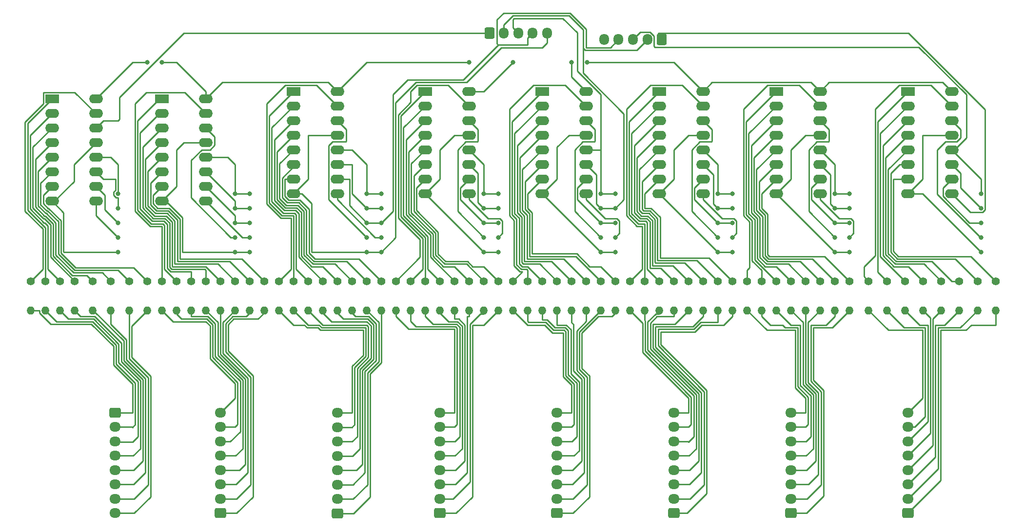
<source format=gbr>
%TF.GenerationSoftware,KiCad,Pcbnew,7.0.9*%
%TF.CreationDate,2023-12-13T10:58:01+05:30*%
%TF.ProjectId,Led_Cube_BaseControler,4c65645f-4375-4626-955f-42617365436f,rev?*%
%TF.SameCoordinates,Original*%
%TF.FileFunction,Copper,L1,Top*%
%TF.FilePolarity,Positive*%
%FSLAX46Y46*%
G04 Gerber Fmt 4.6, Leading zero omitted, Abs format (unit mm)*
G04 Created by KiCad (PCBNEW 7.0.9) date 2023-12-13 10:58:01*
%MOMM*%
%LPD*%
G01*
G04 APERTURE LIST*
G04 Aperture macros list*
%AMRoundRect*
0 Rectangle with rounded corners*
0 $1 Rounding radius*
0 $2 $3 $4 $5 $6 $7 $8 $9 X,Y pos of 4 corners*
0 Add a 4 corners polygon primitive as box body*
4,1,4,$2,$3,$4,$5,$6,$7,$8,$9,$2,$3,0*
0 Add four circle primitives for the rounded corners*
1,1,$1+$1,$2,$3*
1,1,$1+$1,$4,$5*
1,1,$1+$1,$6,$7*
1,1,$1+$1,$8,$9*
0 Add four rect primitives between the rounded corners*
20,1,$1+$1,$2,$3,$4,$5,0*
20,1,$1+$1,$4,$5,$6,$7,0*
20,1,$1+$1,$6,$7,$8,$9,0*
20,1,$1+$1,$8,$9,$2,$3,0*%
G04 Aperture macros list end*
%TA.AperFunction,ComponentPad*%
%ADD10C,1.400000*%
%TD*%
%TA.AperFunction,ComponentPad*%
%ADD11O,1.400000X1.400000*%
%TD*%
%TA.AperFunction,ComponentPad*%
%ADD12RoundRect,0.250000X0.725000X-0.600000X0.725000X0.600000X-0.725000X0.600000X-0.725000X-0.600000X0*%
%TD*%
%TA.AperFunction,ComponentPad*%
%ADD13O,1.950000X1.700000*%
%TD*%
%TA.AperFunction,ComponentPad*%
%ADD14RoundRect,0.250000X0.600000X0.725000X-0.600000X0.725000X-0.600000X-0.725000X0.600000X-0.725000X0*%
%TD*%
%TA.AperFunction,ComponentPad*%
%ADD15O,1.700000X1.950000*%
%TD*%
%TA.AperFunction,ComponentPad*%
%ADD16R,2.400000X1.600000*%
%TD*%
%TA.AperFunction,ComponentPad*%
%ADD17O,2.400000X1.600000*%
%TD*%
%TA.AperFunction,ComponentPad*%
%ADD18RoundRect,0.250000X-0.600000X-0.725000X0.600000X-0.725000X0.600000X0.725000X-0.600000X0.725000X0*%
%TD*%
%TA.AperFunction,ComponentPad*%
%ADD19RoundRect,0.250000X-0.725000X0.600000X-0.725000X-0.600000X0.725000X-0.600000X0.725000X0.600000X0*%
%TD*%
%TA.AperFunction,ViaPad*%
%ADD20C,0.800000*%
%TD*%
%TA.AperFunction,Conductor*%
%ADD21C,0.250000*%
%TD*%
G04 APERTURE END LIST*
D10*
%TO.P,R13,1*%
%TO.N,Net-(U1-QE)*%
X53340000Y-60960000D03*
D11*
%TO.P,R13,2*%
%TO.N,Net-(J4-Pin_4)*%
X53340000Y-66040000D03*
%TD*%
D10*
%TO.P,R31,1*%
%TO.N,Net-(U4-QG)*%
X99060000Y-60960000D03*
D11*
%TO.P,R31,2*%
%TO.N,Net-(J6-Pin_2)*%
X99060000Y-66040000D03*
%TD*%
D10*
%TO.P,R40,1*%
%TO.N,Net-(U5-QH)*%
X121920000Y-60960000D03*
D11*
%TO.P,R40,2*%
%TO.N,Net-(J7-Pin_1)*%
X121920000Y-66040000D03*
%TD*%
D10*
%TO.P,R44,1*%
%TO.N,Net-(U6-QD)*%
X132080000Y-60960000D03*
D11*
%TO.P,R44,2*%
%TO.N,Net-(J8-Pin_5)*%
X132080000Y-66040000D03*
%TD*%
D10*
%TO.P,R33,1*%
%TO.N,Net-(U5-QA)*%
X104140000Y-60960000D03*
D11*
%TO.P,R33,2*%
%TO.N,Net-(J7-Pin_8)*%
X104140000Y-66040000D03*
%TD*%
D10*
%TO.P,R59,1*%
%TO.N,Net-(U8-QC)*%
X172210000Y-60960000D03*
D11*
%TO.P,R59,2*%
%TO.N,Net-(J10-Pin_6)*%
X172210000Y-66040000D03*
%TD*%
D10*
%TO.P,R36,1*%
%TO.N,Net-(U5-QD)*%
X111760000Y-60960000D03*
D11*
%TO.P,R36,2*%
%TO.N,Net-(J7-Pin_5)*%
X111760000Y-66040000D03*
%TD*%
D12*
%TO.P,J6,1,Pin_1*%
%TO.N,Net-(J6-Pin_1)*%
X91440000Y-101320000D03*
D13*
%TO.P,J6,2,Pin_2*%
%TO.N,Net-(J6-Pin_2)*%
X91440000Y-98820000D03*
%TO.P,J6,3,Pin_3*%
%TO.N,Net-(J6-Pin_3)*%
X91440000Y-96320000D03*
%TO.P,J6,4,Pin_4*%
%TO.N,Net-(J6-Pin_4)*%
X91440000Y-93820000D03*
%TO.P,J6,5,Pin_5*%
%TO.N,Net-(J6-Pin_5)*%
X91440000Y-91320000D03*
%TO.P,J6,6,Pin_6*%
%TO.N,Net-(J6-Pin_6)*%
X91440000Y-88820000D03*
%TO.P,J6,7,Pin_7*%
%TO.N,Net-(J6-Pin_7)*%
X91440000Y-86320000D03*
%TO.P,J6,8,Pin_8*%
%TO.N,Net-(J6-Pin_8)*%
X91440000Y-83820000D03*
%TD*%
D10*
%TO.P,R24,1*%
%TO.N,Net-(U2-QH)*%
X81280000Y-60960000D03*
D11*
%TO.P,R24,2*%
%TO.N,Net-(J5-Pin_1)*%
X81280000Y-66040000D03*
%TD*%
D10*
%TO.P,R32,1*%
%TO.N,Net-(U4-QH)*%
X101600000Y-60960000D03*
D11*
%TO.P,R32,2*%
%TO.N,Net-(J6-Pin_1)*%
X101600000Y-66040000D03*
%TD*%
D12*
%TO.P,J7,1,Pin_1*%
%TO.N,Net-(J7-Pin_1)*%
X111760000Y-101320000D03*
D13*
%TO.P,J7,2,Pin_2*%
%TO.N,Net-(J7-Pin_2)*%
X111760000Y-98820000D03*
%TO.P,J7,3,Pin_3*%
%TO.N,Net-(J7-Pin_3)*%
X111760000Y-96320000D03*
%TO.P,J7,4,Pin_4*%
%TO.N,Net-(J7-Pin_4)*%
X111760000Y-93820000D03*
%TO.P,J7,5,Pin_5*%
%TO.N,Net-(J7-Pin_5)*%
X111760000Y-91320000D03*
%TO.P,J7,6,Pin_6*%
%TO.N,Net-(J7-Pin_6)*%
X111760000Y-88820000D03*
%TO.P,J7,7,Pin_7*%
%TO.N,Net-(J7-Pin_7)*%
X111760000Y-86320000D03*
%TO.P,J7,8,Pin_8*%
%TO.N,Net-(J7-Pin_8)*%
X111760000Y-83820000D03*
%TD*%
D10*
%TO.P,R26,1*%
%TO.N,Net-(U4-QB)*%
X86360000Y-60960000D03*
D11*
%TO.P,R26,2*%
%TO.N,Net-(J6-Pin_7)*%
X86360000Y-66040000D03*
%TD*%
D10*
%TO.P,R46,1*%
%TO.N,Net-(U6-QF)*%
X137160000Y-60960000D03*
D11*
%TO.P,R46,2*%
%TO.N,Net-(J8-Pin_3)*%
X137160000Y-66040000D03*
%TD*%
D10*
%TO.P,R22,1*%
%TO.N,Net-(U2-QF)*%
X76200000Y-60960000D03*
D11*
%TO.P,R22,2*%
%TO.N,Net-(J5-Pin_3)*%
X76200000Y-66040000D03*
%TD*%
D10*
%TO.P,R25,1*%
%TO.N,Net-(U4-QA)*%
X83820000Y-60960000D03*
D11*
%TO.P,R25,2*%
%TO.N,Net-(J6-Pin_8)*%
X83820000Y-66040000D03*
%TD*%
D10*
%TO.P,R34,1*%
%TO.N,Net-(U5-QB)*%
X106680000Y-60960000D03*
D11*
%TO.P,R34,2*%
%TO.N,Net-(J7-Pin_7)*%
X106680000Y-66040000D03*
%TD*%
D10*
%TO.P,R18,1*%
%TO.N,Net-(U2-QB)*%
X66040000Y-60960000D03*
D11*
%TO.P,R18,2*%
%TO.N,Net-(J5-Pin_7)*%
X66040000Y-66040000D03*
%TD*%
D10*
%TO.P,R52,1*%
%TO.N,Net-(U7-QD)*%
X152400000Y-60960000D03*
D11*
%TO.P,R52,2*%
%TO.N,Net-(J9-Pin_5)*%
X152400000Y-66040000D03*
%TD*%
D10*
%TO.P,R28,1*%
%TO.N,Net-(U4-QD)*%
X91440000Y-60960000D03*
D11*
%TO.P,R28,2*%
%TO.N,Net-(J6-Pin_5)*%
X91440000Y-66040000D03*
%TD*%
D12*
%TO.P,J5,1,Pin_1*%
%TO.N,Net-(J5-Pin_1)*%
X73660000Y-101360000D03*
D13*
%TO.P,J5,2,Pin_2*%
%TO.N,Net-(J5-Pin_2)*%
X73660000Y-98860000D03*
%TO.P,J5,3,Pin_3*%
%TO.N,Net-(J5-Pin_3)*%
X73660000Y-96360000D03*
%TO.P,J5,4,Pin_4*%
%TO.N,Net-(J5-Pin_4)*%
X73660000Y-93860000D03*
%TO.P,J5,5,Pin_5*%
%TO.N,Net-(J5-Pin_5)*%
X73660000Y-91360000D03*
%TO.P,J5,6,Pin_6*%
%TO.N,Net-(J5-Pin_6)*%
X73660000Y-88860000D03*
%TO.P,J5,7,Pin_7*%
%TO.N,Net-(J5-Pin_7)*%
X73660000Y-86360000D03*
%TO.P,J5,8,Pin_8*%
%TO.N,Net-(J5-Pin_8)*%
X73660000Y-83860000D03*
%TD*%
D14*
%TO.P,J11,1,Pin_1*%
%TO.N,Net-(J11-Pin_1)*%
X129980000Y-18920000D03*
D15*
%TO.P,J11,2,Pin_2*%
%TO.N,Net-(J1-Pin_2)*%
X127480000Y-18920000D03*
%TO.P,J11,3,Pin_3*%
%TO.N,Net-(J1-Pin_3)*%
X124980000Y-18920000D03*
%TO.P,J11,4,Pin_4*%
%TO.N,Net-(J1-Pin_4)*%
X122480000Y-18920000D03*
%TO.P,J11,5*%
%TO.N,N/C*%
X119980000Y-18920000D03*
%TD*%
D10*
%TO.P,R60,1*%
%TO.N,Net-(U8-QD)*%
X175360000Y-60960000D03*
D11*
%TO.P,R60,2*%
%TO.N,Net-(J10-Pin_5)*%
X175360000Y-66040000D03*
%TD*%
D10*
%TO.P,R14,1*%
%TO.N,Net-(U1-QF)*%
X55880000Y-60960000D03*
D11*
%TO.P,R14,2*%
%TO.N,Net-(J4-Pin_3)*%
X55880000Y-66040000D03*
%TD*%
D16*
%TO.P,U3,1,QB*%
%TO.N,Net-(U3-QB)*%
X24115000Y-29225000D03*
D17*
%TO.P,U3,2,QC*%
%TO.N,Net-(U3-QC)*%
X24115000Y-31765000D03*
%TO.P,U3,3,QD*%
%TO.N,Net-(U3-QD)*%
X24115000Y-34305000D03*
%TO.P,U3,4,QE*%
%TO.N,Net-(U3-QE)*%
X24115000Y-36845000D03*
%TO.P,U3,5,QF*%
%TO.N,Net-(U3-QF)*%
X24115000Y-39385000D03*
%TO.P,U3,6,QG*%
%TO.N,Net-(U3-QG)*%
X24115000Y-41925000D03*
%TO.P,U3,7,QH*%
%TO.N,Net-(U3-QH)*%
X24115000Y-44465000D03*
%TO.P,U3,8,GND*%
%TO.N,Net-(J1-Pin_5)*%
X24115000Y-47005000D03*
%TO.P,U3,9,QH'*%
%TO.N,Net-(U1-SER)*%
X31735000Y-47005000D03*
%TO.P,U3,10,~{SRCLR}*%
%TO.N,Net-(J1-Pin_4)*%
X31735000Y-44465000D03*
%TO.P,U3,11,SRCLK*%
%TO.N,Net-(J1-Pin_2)*%
X31735000Y-41925000D03*
%TO.P,U3,12,RCLK*%
%TO.N,Net-(J1-Pin_3)*%
X31735000Y-39385000D03*
%TO.P,U3,13,~{OE}*%
%TO.N,Net-(J1-Pin_5)*%
X31735000Y-36845000D03*
%TO.P,U3,14,SER*%
%TO.N,Net-(J1-Pin_1)*%
X31735000Y-34305000D03*
%TO.P,U3,15,QA*%
%TO.N,Net-(U3-QA)*%
X31735000Y-31765000D03*
%TO.P,U3,16,VCC*%
%TO.N,Net-(J1-Pin_6)*%
X31735000Y-29225000D03*
%TD*%
D10*
%TO.P,R39,1*%
%TO.N,Net-(U5-QG)*%
X119380000Y-60960000D03*
D11*
%TO.P,R39,2*%
%TO.N,Net-(J7-Pin_2)*%
X119380000Y-66040000D03*
%TD*%
D10*
%TO.P,R20,1*%
%TO.N,Net-(U2-QD)*%
X71120000Y-60960000D03*
D11*
%TO.P,R20,2*%
%TO.N,Net-(J5-Pin_5)*%
X71120000Y-66040000D03*
%TD*%
D16*
%TO.P,U7,1,QB*%
%TO.N,Net-(U7-QB)*%
X149860000Y-27940000D03*
D17*
%TO.P,U7,2,QC*%
%TO.N,Net-(U7-QC)*%
X149860000Y-30480000D03*
%TO.P,U7,3,QD*%
%TO.N,Net-(U7-QD)*%
X149860000Y-33020000D03*
%TO.P,U7,4,QE*%
%TO.N,Net-(U7-QE)*%
X149860000Y-35560000D03*
%TO.P,U7,5,QF*%
%TO.N,Net-(U7-QF)*%
X149860000Y-38100000D03*
%TO.P,U7,6,QG*%
%TO.N,Net-(U7-QG)*%
X149860000Y-40640000D03*
%TO.P,U7,7,QH*%
%TO.N,Net-(U7-QH)*%
X149860000Y-43180000D03*
%TO.P,U7,8,GND*%
%TO.N,Net-(J1-Pin_5)*%
X149860000Y-45720000D03*
%TO.P,U7,9,QH'*%
%TO.N,Net-(U7-QH')*%
X157480000Y-45720000D03*
%TO.P,U7,10,~{SRCLR}*%
%TO.N,Net-(J1-Pin_4)*%
X157480000Y-43180000D03*
%TO.P,U7,11,SRCLK*%
%TO.N,Net-(J1-Pin_2)*%
X157480000Y-40640000D03*
%TO.P,U7,12,RCLK*%
%TO.N,Net-(J1-Pin_3)*%
X157480000Y-38100000D03*
%TO.P,U7,13,~{OE}*%
%TO.N,Net-(J1-Pin_5)*%
X157480000Y-35560000D03*
%TO.P,U7,14,SER*%
%TO.N,Net-(U6-QH')*%
X157480000Y-33020000D03*
%TO.P,U7,15,QA*%
%TO.N,Net-(U7-QA)*%
X157480000Y-30480000D03*
%TO.P,U7,16,VCC*%
%TO.N,Net-(J1-Pin_6)*%
X157480000Y-27940000D03*
%TD*%
D10*
%TO.P,R1,1*%
%TO.N,Net-(U3-QA)*%
X20420000Y-60960000D03*
D11*
%TO.P,R1,2*%
%TO.N,Net-(J3-Pin_1)*%
X20420000Y-66040000D03*
%TD*%
D10*
%TO.P,R51,1*%
%TO.N,Net-(U7-QC)*%
X149860000Y-60960000D03*
D11*
%TO.P,R51,2*%
%TO.N,Net-(J9-Pin_6)*%
X149860000Y-66040000D03*
%TD*%
D16*
%TO.P,U8,1,QB*%
%TO.N,Net-(U8-QB)*%
X172720000Y-27940000D03*
D17*
%TO.P,U8,2,QC*%
%TO.N,Net-(U8-QC)*%
X172720000Y-30480000D03*
%TO.P,U8,3,QD*%
%TO.N,Net-(U8-QD)*%
X172720000Y-33020000D03*
%TO.P,U8,4,QE*%
%TO.N,Net-(U8-QE)*%
X172720000Y-35560000D03*
%TO.P,U8,5,QF*%
%TO.N,Net-(U8-QF)*%
X172720000Y-38100000D03*
%TO.P,U8,6,QG*%
%TO.N,Net-(U8-QG)*%
X172720000Y-40640000D03*
%TO.P,U8,7,QH*%
%TO.N,Net-(U8-QH)*%
X172720000Y-43180000D03*
%TO.P,U8,8,GND*%
%TO.N,Net-(J1-Pin_5)*%
X172720000Y-45720000D03*
%TO.P,U8,9,QH'*%
%TO.N,Net-(J11-Pin_1)*%
X180340000Y-45720000D03*
%TO.P,U8,10,~{SRCLR}*%
%TO.N,Net-(J1-Pin_4)*%
X180340000Y-43180000D03*
%TO.P,U8,11,SRCLK*%
%TO.N,Net-(J1-Pin_2)*%
X180340000Y-40640000D03*
%TO.P,U8,12,RCLK*%
%TO.N,Net-(J1-Pin_3)*%
X180340000Y-38100000D03*
%TO.P,U8,13,~{OE}*%
%TO.N,Net-(J1-Pin_5)*%
X180340000Y-35560000D03*
%TO.P,U8,14,SER*%
%TO.N,Net-(U7-QH')*%
X180340000Y-33020000D03*
%TO.P,U8,15,QA*%
%TO.N,Net-(U8-QA)*%
X180340000Y-30480000D03*
%TO.P,U8,16,VCC*%
%TO.N,Net-(J1-Pin_6)*%
X180340000Y-27940000D03*
%TD*%
D10*
%TO.P,R45,1*%
%TO.N,Net-(U6-QE)*%
X134620000Y-60960000D03*
D11*
%TO.P,R45,2*%
%TO.N,Net-(J8-Pin_4)*%
X134620000Y-66040000D03*
%TD*%
D16*
%TO.P,U6,1,QB*%
%TO.N,Net-(U6-QB)*%
X129540000Y-27940000D03*
D17*
%TO.P,U6,2,QC*%
%TO.N,Net-(U6-QC)*%
X129540000Y-30480000D03*
%TO.P,U6,3,QD*%
%TO.N,Net-(U6-QD)*%
X129540000Y-33020000D03*
%TO.P,U6,4,QE*%
%TO.N,Net-(U6-QE)*%
X129540000Y-35560000D03*
%TO.P,U6,5,QF*%
%TO.N,Net-(U6-QF)*%
X129540000Y-38100000D03*
%TO.P,U6,6,QG*%
%TO.N,Net-(U6-QG)*%
X129540000Y-40640000D03*
%TO.P,U6,7,QH*%
%TO.N,Net-(U6-QH)*%
X129540000Y-43180000D03*
%TO.P,U6,8,GND*%
%TO.N,Net-(J1-Pin_5)*%
X129540000Y-45720000D03*
%TO.P,U6,9,QH'*%
%TO.N,Net-(U6-QH')*%
X137160000Y-45720000D03*
%TO.P,U6,10,~{SRCLR}*%
%TO.N,Net-(J1-Pin_4)*%
X137160000Y-43180000D03*
%TO.P,U6,11,SRCLK*%
%TO.N,Net-(J1-Pin_2)*%
X137160000Y-40640000D03*
%TO.P,U6,12,RCLK*%
%TO.N,Net-(J1-Pin_3)*%
X137160000Y-38100000D03*
%TO.P,U6,13,~{OE}*%
%TO.N,Net-(J1-Pin_5)*%
X137160000Y-35560000D03*
%TO.P,U6,14,SER*%
%TO.N,Net-(U5-QH')*%
X137160000Y-33020000D03*
%TO.P,U6,15,QA*%
%TO.N,Net-(U6-QA)*%
X137160000Y-30480000D03*
%TO.P,U6,16,VCC*%
%TO.N,Net-(J1-Pin_6)*%
X137160000Y-27940000D03*
%TD*%
D10*
%TO.P,R56,1*%
%TO.N,Net-(U7-QH)*%
X162560000Y-60960000D03*
D11*
%TO.P,R56,2*%
%TO.N,Net-(J9-Pin_1)*%
X162560000Y-66040000D03*
%TD*%
D10*
%TO.P,R11,1*%
%TO.N,Net-(U1-QC)*%
X48260000Y-60960000D03*
D11*
%TO.P,R11,2*%
%TO.N,Net-(J4-Pin_6)*%
X48260000Y-66040000D03*
%TD*%
D10*
%TO.P,R17,1*%
%TO.N,Net-(U2-QA)*%
X63500000Y-60960000D03*
D11*
%TO.P,R17,2*%
%TO.N,Net-(J5-Pin_8)*%
X63500000Y-66040000D03*
%TD*%
D10*
%TO.P,R47,1*%
%TO.N,Net-(U6-QG)*%
X139700000Y-60960000D03*
D11*
%TO.P,R47,2*%
%TO.N,Net-(J8-Pin_2)*%
X139700000Y-66040000D03*
%TD*%
D10*
%TO.P,R57,1*%
%TO.N,Net-(U8-QA)*%
X165910000Y-60960000D03*
D11*
%TO.P,R57,2*%
%TO.N,Net-(J10-Pin_8)*%
X165910000Y-66040000D03*
%TD*%
D10*
%TO.P,R49,1*%
%TO.N,Net-(U7-QA)*%
X144780000Y-60960000D03*
D11*
%TO.P,R49,2*%
%TO.N,Net-(J9-Pin_8)*%
X144780000Y-66040000D03*
%TD*%
D10*
%TO.P,R30,1*%
%TO.N,Net-(U4-QF)*%
X96520000Y-60960000D03*
D11*
%TO.P,R30,2*%
%TO.N,Net-(J6-Pin_3)*%
X96520000Y-66040000D03*
%TD*%
D10*
%TO.P,R8,1*%
%TO.N,Net-(U3-QH)*%
X40640000Y-60960000D03*
D11*
%TO.P,R8,2*%
%TO.N,Net-(J3-Pin_8)*%
X40640000Y-66040000D03*
%TD*%
D16*
%TO.P,U5,1,QB*%
%TO.N,Net-(U5-QB)*%
X109220000Y-27940000D03*
D17*
%TO.P,U5,2,QC*%
%TO.N,Net-(U5-QC)*%
X109220000Y-30480000D03*
%TO.P,U5,3,QD*%
%TO.N,Net-(U5-QD)*%
X109220000Y-33020000D03*
%TO.P,U5,4,QE*%
%TO.N,Net-(U5-QE)*%
X109220000Y-35560000D03*
%TO.P,U5,5,QF*%
%TO.N,Net-(U5-QF)*%
X109220000Y-38100000D03*
%TO.P,U5,6,QG*%
%TO.N,Net-(U5-QG)*%
X109220000Y-40640000D03*
%TO.P,U5,7,QH*%
%TO.N,Net-(U5-QH)*%
X109220000Y-43180000D03*
%TO.P,U5,8,GND*%
%TO.N,Net-(J1-Pin_5)*%
X109220000Y-45720000D03*
%TO.P,U5,9,QH'*%
%TO.N,Net-(U5-QH')*%
X116840000Y-45720000D03*
%TO.P,U5,10,~{SRCLR}*%
%TO.N,Net-(J1-Pin_4)*%
X116840000Y-43180000D03*
%TO.P,U5,11,SRCLK*%
%TO.N,Net-(J1-Pin_2)*%
X116840000Y-40640000D03*
%TO.P,U5,12,RCLK*%
%TO.N,Net-(J1-Pin_3)*%
X116840000Y-38100000D03*
%TO.P,U5,13,~{OE}*%
%TO.N,Net-(J1-Pin_5)*%
X116840000Y-35560000D03*
%TO.P,U5,14,SER*%
%TO.N,Net-(U4-QH')*%
X116840000Y-33020000D03*
%TO.P,U5,15,QA*%
%TO.N,Net-(U5-QA)*%
X116840000Y-30480000D03*
%TO.P,U5,16,VCC*%
%TO.N,Net-(J1-Pin_6)*%
X116840000Y-27940000D03*
%TD*%
D10*
%TO.P,R21,1*%
%TO.N,Net-(U2-QE)*%
X73660000Y-60960000D03*
D11*
%TO.P,R21,2*%
%TO.N,Net-(J5-Pin_4)*%
X73660000Y-66040000D03*
%TD*%
D10*
%TO.P,R15,1*%
%TO.N,Net-(U1-QG)*%
X58420000Y-60960000D03*
D11*
%TO.P,R15,2*%
%TO.N,Net-(J4-Pin_2)*%
X58420000Y-66040000D03*
%TD*%
D12*
%TO.P,J9,1,Pin_1*%
%TO.N,Net-(J9-Pin_1)*%
X152400000Y-101320000D03*
D13*
%TO.P,J9,2,Pin_2*%
%TO.N,Net-(J9-Pin_2)*%
X152400000Y-98820000D03*
%TO.P,J9,3,Pin_3*%
%TO.N,Net-(J9-Pin_3)*%
X152400000Y-96320000D03*
%TO.P,J9,4,Pin_4*%
%TO.N,Net-(J9-Pin_4)*%
X152400000Y-93820000D03*
%TO.P,J9,5,Pin_5*%
%TO.N,Net-(J9-Pin_5)*%
X152400000Y-91320000D03*
%TO.P,J9,6,Pin_6*%
%TO.N,Net-(J9-Pin_6)*%
X152400000Y-88820000D03*
%TO.P,J9,7,Pin_7*%
%TO.N,Net-(J9-Pin_7)*%
X152400000Y-86320000D03*
%TO.P,J9,8,Pin_8*%
%TO.N,Net-(J9-Pin_8)*%
X152400000Y-83820000D03*
%TD*%
D18*
%TO.P,J1,1,Pin_1*%
%TO.N,Net-(J1-Pin_1)*%
X100060000Y-17780000D03*
D15*
%TO.P,J1,2,Pin_2*%
%TO.N,Net-(J1-Pin_2)*%
X102560000Y-17780000D03*
%TO.P,J1,3,Pin_3*%
%TO.N,Net-(J1-Pin_3)*%
X105060000Y-17780000D03*
%TO.P,J1,4,Pin_4*%
%TO.N,Net-(J1-Pin_4)*%
X107560000Y-17780000D03*
%TO.P,J1,5,Pin_5*%
%TO.N,Net-(J1-Pin_5)*%
X110060000Y-17780000D03*
%TD*%
D10*
%TO.P,R35,1*%
%TO.N,Net-(U5-QC)*%
X109220000Y-60960000D03*
D11*
%TO.P,R35,2*%
%TO.N,Net-(J7-Pin_6)*%
X109220000Y-66040000D03*
%TD*%
D10*
%TO.P,R9,1*%
%TO.N,Net-(U1-QA)*%
X43180000Y-60960000D03*
D11*
%TO.P,R9,2*%
%TO.N,Net-(J4-Pin_8)*%
X43180000Y-66040000D03*
%TD*%
D10*
%TO.P,R7,1*%
%TO.N,Net-(U3-QG)*%
X37490000Y-60960000D03*
D11*
%TO.P,R7,2*%
%TO.N,Net-(J3-Pin_7)*%
X37490000Y-66040000D03*
%TD*%
D10*
%TO.P,R64,1*%
%TO.N,Net-(U8-QH)*%
X187960000Y-60960000D03*
D11*
%TO.P,R64,2*%
%TO.N,Net-(J10-Pin_1)*%
X187960000Y-66040000D03*
%TD*%
D10*
%TO.P,R41,1*%
%TO.N,Net-(U6-QA)*%
X124460000Y-60960000D03*
D11*
%TO.P,R41,2*%
%TO.N,Net-(J8-Pin_8)*%
X124460000Y-66040000D03*
%TD*%
D19*
%TO.P,J3,1,Pin_1*%
%TO.N,Net-(J3-Pin_1)*%
X35020000Y-83820000D03*
D13*
%TO.P,J3,2,Pin_2*%
%TO.N,Net-(J3-Pin_2)*%
X35020000Y-86320000D03*
%TO.P,J3,3,Pin_3*%
%TO.N,Net-(J3-Pin_3)*%
X35020000Y-88820000D03*
%TO.P,J3,4,Pin_4*%
%TO.N,Net-(J3-Pin_4)*%
X35020000Y-91320000D03*
%TO.P,J3,5,Pin_5*%
%TO.N,Net-(J3-Pin_5)*%
X35020000Y-93820000D03*
%TO.P,J3,6,Pin_6*%
%TO.N,Net-(J3-Pin_6)*%
X35020000Y-96320000D03*
%TO.P,J3,7,Pin_7*%
%TO.N,Net-(J3-Pin_7)*%
X35020000Y-98820000D03*
%TO.P,J3,8,Pin_8*%
%TO.N,Net-(J3-Pin_8)*%
X35020000Y-101320000D03*
%TD*%
D10*
%TO.P,R50,1*%
%TO.N,Net-(U7-QB)*%
X147320000Y-60960000D03*
D11*
%TO.P,R50,2*%
%TO.N,Net-(J9-Pin_7)*%
X147320000Y-66040000D03*
%TD*%
D10*
%TO.P,R53,1*%
%TO.N,Net-(U7-QE)*%
X154940000Y-60960000D03*
D11*
%TO.P,R53,2*%
%TO.N,Net-(J9-Pin_4)*%
X154940000Y-66040000D03*
%TD*%
D16*
%TO.P,U4,1,QB*%
%TO.N,Net-(U4-QB)*%
X88900000Y-27940000D03*
D17*
%TO.P,U4,2,QC*%
%TO.N,Net-(U4-QC)*%
X88900000Y-30480000D03*
%TO.P,U4,3,QD*%
%TO.N,Net-(U4-QD)*%
X88900000Y-33020000D03*
%TO.P,U4,4,QE*%
%TO.N,Net-(U4-QE)*%
X88900000Y-35560000D03*
%TO.P,U4,5,QF*%
%TO.N,Net-(U4-QF)*%
X88900000Y-38100000D03*
%TO.P,U4,6,QG*%
%TO.N,Net-(U4-QG)*%
X88900000Y-40640000D03*
%TO.P,U4,7,QH*%
%TO.N,Net-(U4-QH)*%
X88900000Y-43180000D03*
%TO.P,U4,8,GND*%
%TO.N,Net-(J1-Pin_5)*%
X88900000Y-45720000D03*
%TO.P,U4,9,QH'*%
%TO.N,Net-(U4-QH')*%
X96520000Y-45720000D03*
%TO.P,U4,10,~{SRCLR}*%
%TO.N,Net-(J1-Pin_4)*%
X96520000Y-43180000D03*
%TO.P,U4,11,SRCLK*%
%TO.N,Net-(J1-Pin_2)*%
X96520000Y-40640000D03*
%TO.P,U4,12,RCLK*%
%TO.N,Net-(J1-Pin_3)*%
X96520000Y-38100000D03*
%TO.P,U4,13,~{OE}*%
%TO.N,Net-(J1-Pin_5)*%
X96520000Y-35560000D03*
%TO.P,U4,14,SER*%
%TO.N,Net-(U2-QH')*%
X96520000Y-33020000D03*
%TO.P,U4,15,QA*%
%TO.N,Net-(U4-QA)*%
X96520000Y-30480000D03*
%TO.P,U4,16,VCC*%
%TO.N,Net-(J1-Pin_6)*%
X96520000Y-27940000D03*
%TD*%
D10*
%TO.P,R54,1*%
%TO.N,Net-(U7-QF)*%
X157480000Y-60960000D03*
D11*
%TO.P,R54,2*%
%TO.N,Net-(J9-Pin_3)*%
X157480000Y-66040000D03*
%TD*%
D10*
%TO.P,R3,1*%
%TO.N,Net-(U3-QC)*%
X25500000Y-60960000D03*
D11*
%TO.P,R3,2*%
%TO.N,Net-(J3-Pin_3)*%
X25500000Y-66040000D03*
%TD*%
D10*
%TO.P,R29,1*%
%TO.N,Net-(U4-QE)*%
X93980000Y-60960000D03*
D11*
%TO.P,R29,2*%
%TO.N,Net-(J6-Pin_4)*%
X93980000Y-66040000D03*
%TD*%
D10*
%TO.P,R43,1*%
%TO.N,Net-(U6-QC)*%
X129540000Y-60960000D03*
D11*
%TO.P,R43,2*%
%TO.N,Net-(J8-Pin_6)*%
X129540000Y-66040000D03*
%TD*%
D10*
%TO.P,R62,1*%
%TO.N,Net-(U8-QF)*%
X181660000Y-60960000D03*
D11*
%TO.P,R62,2*%
%TO.N,Net-(J10-Pin_3)*%
X181660000Y-66040000D03*
%TD*%
D10*
%TO.P,R27,1*%
%TO.N,Net-(U4-QC)*%
X88900000Y-60960000D03*
D11*
%TO.P,R27,2*%
%TO.N,Net-(J6-Pin_6)*%
X88900000Y-66040000D03*
%TD*%
D10*
%TO.P,R12,1*%
%TO.N,Net-(U1-QD)*%
X50800000Y-60960000D03*
D11*
%TO.P,R12,2*%
%TO.N,Net-(J4-Pin_5)*%
X50800000Y-66040000D03*
%TD*%
D10*
%TO.P,R4,1*%
%TO.N,Net-(U3-QD)*%
X28040000Y-60960000D03*
D11*
%TO.P,R4,2*%
%TO.N,Net-(J3-Pin_4)*%
X28040000Y-66040000D03*
%TD*%
D10*
%TO.P,R16,1*%
%TO.N,Net-(U1-QH)*%
X60960000Y-60960000D03*
D11*
%TO.P,R16,2*%
%TO.N,Net-(J4-Pin_1)*%
X60960000Y-66040000D03*
%TD*%
D10*
%TO.P,R48,1*%
%TO.N,Net-(U6-QH)*%
X142240000Y-60960000D03*
D11*
%TO.P,R48,2*%
%TO.N,Net-(J8-Pin_1)*%
X142240000Y-66040000D03*
%TD*%
D10*
%TO.P,R2,1*%
%TO.N,Net-(U3-QB)*%
X22960000Y-60960000D03*
D11*
%TO.P,R2,2*%
%TO.N,Net-(J3-Pin_2)*%
X22960000Y-66040000D03*
%TD*%
D16*
%TO.P,U1,1,QB*%
%TO.N,Net-(U1-QB)*%
X43180000Y-29225000D03*
D17*
%TO.P,U1,2,QC*%
%TO.N,Net-(U1-QC)*%
X43180000Y-31765000D03*
%TO.P,U1,3,QD*%
%TO.N,Net-(U1-QD)*%
X43180000Y-34305000D03*
%TO.P,U1,4,QE*%
%TO.N,Net-(U1-QE)*%
X43180000Y-36845000D03*
%TO.P,U1,5,QF*%
%TO.N,Net-(U1-QF)*%
X43180000Y-39385000D03*
%TO.P,U1,6,QG*%
%TO.N,Net-(U1-QG)*%
X43180000Y-41925000D03*
%TO.P,U1,7,QH*%
%TO.N,Net-(U1-QH)*%
X43180000Y-44465000D03*
%TO.P,U1,8,GND*%
%TO.N,Net-(J1-Pin_5)*%
X43180000Y-47005000D03*
%TO.P,U1,9,QH'*%
%TO.N,Net-(U1-QH')*%
X50800000Y-47005000D03*
%TO.P,U1,10,~{SRCLR}*%
%TO.N,Net-(J1-Pin_4)*%
X50800000Y-44465000D03*
%TO.P,U1,11,SRCLK*%
%TO.N,Net-(J1-Pin_2)*%
X50800000Y-41925000D03*
%TO.P,U1,12,RCLK*%
%TO.N,Net-(J1-Pin_3)*%
X50800000Y-39385000D03*
%TO.P,U1,13,~{OE}*%
%TO.N,Net-(J1-Pin_5)*%
X50800000Y-36845000D03*
%TO.P,U1,14,SER*%
%TO.N,Net-(U1-SER)*%
X50800000Y-34305000D03*
%TO.P,U1,15,QA*%
%TO.N,Net-(U1-QA)*%
X50800000Y-31765000D03*
%TO.P,U1,16,VCC*%
%TO.N,Net-(J1-Pin_6)*%
X50800000Y-29225000D03*
%TD*%
D12*
%TO.P,J10,1,Pin_1*%
%TO.N,Net-(J10-Pin_1)*%
X172720000Y-101320000D03*
D13*
%TO.P,J10,2,Pin_2*%
%TO.N,Net-(J10-Pin_2)*%
X172720000Y-98820000D03*
%TO.P,J10,3,Pin_3*%
%TO.N,Net-(J10-Pin_3)*%
X172720000Y-96320000D03*
%TO.P,J10,4,Pin_4*%
%TO.N,Net-(J10-Pin_4)*%
X172720000Y-93820000D03*
%TO.P,J10,5,Pin_5*%
%TO.N,Net-(J10-Pin_5)*%
X172720000Y-91320000D03*
%TO.P,J10,6,Pin_6*%
%TO.N,Net-(J10-Pin_6)*%
X172720000Y-88820000D03*
%TO.P,J10,7,Pin_7*%
%TO.N,Net-(J10-Pin_7)*%
X172720000Y-86320000D03*
%TO.P,J10,8,Pin_8*%
%TO.N,Net-(J10-Pin_8)*%
X172720000Y-83820000D03*
%TD*%
D10*
%TO.P,R23,1*%
%TO.N,Net-(U2-QG)*%
X78740000Y-60960000D03*
D11*
%TO.P,R23,2*%
%TO.N,Net-(J5-Pin_2)*%
X78740000Y-66040000D03*
%TD*%
D10*
%TO.P,R10,1*%
%TO.N,Net-(U1-QB)*%
X45720000Y-60960000D03*
D11*
%TO.P,R10,2*%
%TO.N,Net-(J4-Pin_7)*%
X45720000Y-66040000D03*
%TD*%
D10*
%TO.P,R61,1*%
%TO.N,Net-(U8-QE)*%
X178510000Y-60960000D03*
D11*
%TO.P,R61,2*%
%TO.N,Net-(J10-Pin_4)*%
X178510000Y-66040000D03*
%TD*%
D10*
%TO.P,R55,1*%
%TO.N,Net-(U7-QG)*%
X160020000Y-60960000D03*
D11*
%TO.P,R55,2*%
%TO.N,Net-(J9-Pin_2)*%
X160020000Y-66040000D03*
%TD*%
D10*
%TO.P,R42,1*%
%TO.N,Net-(U6-QB)*%
X127000000Y-60960000D03*
D11*
%TO.P,R42,2*%
%TO.N,Net-(J8-Pin_7)*%
X127000000Y-66040000D03*
%TD*%
D10*
%TO.P,R38,1*%
%TO.N,Net-(U5-QF)*%
X116840000Y-60960000D03*
D11*
%TO.P,R38,2*%
%TO.N,Net-(J7-Pin_3)*%
X116840000Y-66040000D03*
%TD*%
D10*
%TO.P,R5,1*%
%TO.N,Net-(U3-QE)*%
X31190000Y-60960000D03*
D11*
%TO.P,R5,2*%
%TO.N,Net-(J3-Pin_5)*%
X31190000Y-66040000D03*
%TD*%
D10*
%TO.P,R58,1*%
%TO.N,Net-(U8-QB)*%
X169060000Y-60960000D03*
D11*
%TO.P,R58,2*%
%TO.N,Net-(J10-Pin_7)*%
X169060000Y-66040000D03*
%TD*%
D10*
%TO.P,R6,1*%
%TO.N,Net-(U3-QF)*%
X34340000Y-60960000D03*
D11*
%TO.P,R6,2*%
%TO.N,Net-(J3-Pin_6)*%
X34340000Y-66040000D03*
%TD*%
D10*
%TO.P,R63,1*%
%TO.N,Net-(U8-QG)*%
X184810000Y-60960000D03*
D11*
%TO.P,R63,2*%
%TO.N,Net-(J10-Pin_2)*%
X184810000Y-66040000D03*
%TD*%
D12*
%TO.P,J8,1,Pin_1*%
%TO.N,Net-(J8-Pin_1)*%
X132080000Y-101320000D03*
D13*
%TO.P,J8,2,Pin_2*%
%TO.N,Net-(J8-Pin_2)*%
X132080000Y-98820000D03*
%TO.P,J8,3,Pin_3*%
%TO.N,Net-(J8-Pin_3)*%
X132080000Y-96320000D03*
%TO.P,J8,4,Pin_4*%
%TO.N,Net-(J8-Pin_4)*%
X132080000Y-93820000D03*
%TO.P,J8,5,Pin_5*%
%TO.N,Net-(J8-Pin_5)*%
X132080000Y-91320000D03*
%TO.P,J8,6,Pin_6*%
%TO.N,Net-(J8-Pin_6)*%
X132080000Y-88820000D03*
%TO.P,J8,7,Pin_7*%
%TO.N,Net-(J8-Pin_7)*%
X132080000Y-86320000D03*
%TO.P,J8,8,Pin_8*%
%TO.N,Net-(J8-Pin_8)*%
X132080000Y-83820000D03*
%TD*%
D10*
%TO.P,R19,1*%
%TO.N,Net-(U2-QC)*%
X68580000Y-60960000D03*
D11*
%TO.P,R19,2*%
%TO.N,Net-(J5-Pin_6)*%
X68580000Y-66040000D03*
%TD*%
D16*
%TO.P,U2,1,QB*%
%TO.N,Net-(U2-QB)*%
X66040000Y-27940000D03*
D17*
%TO.P,U2,2,QC*%
%TO.N,Net-(U2-QC)*%
X66040000Y-30480000D03*
%TO.P,U2,3,QD*%
%TO.N,Net-(U2-QD)*%
X66040000Y-33020000D03*
%TO.P,U2,4,QE*%
%TO.N,Net-(U2-QE)*%
X66040000Y-35560000D03*
%TO.P,U2,5,QF*%
%TO.N,Net-(U2-QF)*%
X66040000Y-38100000D03*
%TO.P,U2,6,QG*%
%TO.N,Net-(U2-QG)*%
X66040000Y-40640000D03*
%TO.P,U2,7,QH*%
%TO.N,Net-(U2-QH)*%
X66040000Y-43180000D03*
%TO.P,U2,8,GND*%
%TO.N,Net-(J1-Pin_5)*%
X66040000Y-45720000D03*
%TO.P,U2,9,QH'*%
%TO.N,Net-(U2-QH')*%
X73660000Y-45720000D03*
%TO.P,U2,10,~{SRCLR}*%
%TO.N,Net-(J1-Pin_4)*%
X73660000Y-43180000D03*
%TO.P,U2,11,SRCLK*%
%TO.N,Net-(J1-Pin_2)*%
X73660000Y-40640000D03*
%TO.P,U2,12,RCLK*%
%TO.N,Net-(J1-Pin_3)*%
X73660000Y-38100000D03*
%TO.P,U2,13,~{OE}*%
%TO.N,Net-(J1-Pin_5)*%
X73660000Y-35560000D03*
%TO.P,U2,14,SER*%
%TO.N,Net-(U1-QH')*%
X73660000Y-33020000D03*
%TO.P,U2,15,QA*%
%TO.N,Net-(U2-QA)*%
X73660000Y-30480000D03*
%TO.P,U2,16,VCC*%
%TO.N,Net-(J1-Pin_6)*%
X73660000Y-27940000D03*
%TD*%
D10*
%TO.P,R37,1*%
%TO.N,Net-(U5-QE)*%
X114300000Y-60960000D03*
D11*
%TO.P,R37,2*%
%TO.N,Net-(J7-Pin_4)*%
X114300000Y-66040000D03*
%TD*%
D12*
%TO.P,J4,1,Pin_1*%
%TO.N,Net-(J4-Pin_1)*%
X53340000Y-101320000D03*
D13*
%TO.P,J4,2,Pin_2*%
%TO.N,Net-(J4-Pin_2)*%
X53340000Y-98820000D03*
%TO.P,J4,3,Pin_3*%
%TO.N,Net-(J4-Pin_3)*%
X53340000Y-96320000D03*
%TO.P,J4,4,Pin_4*%
%TO.N,Net-(J4-Pin_4)*%
X53340000Y-93820000D03*
%TO.P,J4,5,Pin_5*%
%TO.N,Net-(J4-Pin_5)*%
X53340000Y-91320000D03*
%TO.P,J4,6,Pin_6*%
%TO.N,Net-(J4-Pin_6)*%
X53340000Y-88820000D03*
%TO.P,J4,7,Pin_7*%
%TO.N,Net-(J4-Pin_7)*%
X53340000Y-86320000D03*
%TO.P,J4,8,Pin_8*%
%TO.N,Net-(J4-Pin_8)*%
X53340000Y-83820000D03*
%TD*%
D20*
%TO.N,Net-(J1-Pin_5)*%
X119380000Y-55880000D03*
X185420000Y-55880000D03*
X162560000Y-55880000D03*
X139700000Y-55880000D03*
X99060000Y-55880000D03*
X78740000Y-55880000D03*
X101600000Y-55880000D03*
X121920000Y-55880000D03*
X55880000Y-55880000D03*
X35560000Y-55880000D03*
X81280000Y-55880000D03*
X142240000Y-55880000D03*
X58420000Y-55880000D03*
X160020000Y-55880000D03*
%TO.N,Net-(U1-QH')*%
X58420000Y-53340000D03*
X78740000Y-53340000D03*
%TO.N,Net-(J1-Pin_4)*%
X160020000Y-50800000D03*
X119380000Y-50800000D03*
X78740000Y-50800000D03*
X55880000Y-50800000D03*
X162560000Y-50800000D03*
X58420000Y-50800000D03*
X101600000Y-50800000D03*
X142240000Y-50800000D03*
X121920000Y-50800000D03*
X139700000Y-50800000D03*
X35560000Y-50800000D03*
X185420000Y-50800000D03*
X99060000Y-50800000D03*
X81280000Y-50800000D03*
%TO.N,Net-(J1-Pin_2)*%
X185420000Y-48260000D03*
X101600000Y-48260000D03*
X162560000Y-48260000D03*
X58420000Y-48260000D03*
X35560000Y-48260000D03*
X119380000Y-48260000D03*
X78740000Y-48260000D03*
X142240000Y-48260000D03*
X160020000Y-48260000D03*
X55880000Y-48260000D03*
X121920000Y-48260000D03*
X81280000Y-48260000D03*
X99060000Y-48260000D03*
X139700000Y-48260000D03*
%TO.N,Net-(J1-Pin_3)*%
X185420000Y-45720000D03*
X162560000Y-45720000D03*
X35560000Y-45720000D03*
X78740000Y-45720000D03*
X142240000Y-45720000D03*
X139700000Y-45720000D03*
X160020000Y-45720000D03*
X119380000Y-45720000D03*
X58420000Y-45720000D03*
X99060000Y-45720000D03*
X121920000Y-45720000D03*
X55880000Y-45720000D03*
X81280000Y-45720000D03*
X101600000Y-45720000D03*
%TO.N,Net-(U1-SER)*%
X35560000Y-53340000D03*
X55880000Y-53340000D03*
%TO.N,Net-(J1-Pin_6)*%
X40640000Y-22860000D03*
X96520000Y-22860000D03*
X114300000Y-22860000D03*
X104140000Y-22860000D03*
X43180000Y-22860000D03*
X117024500Y-22860000D03*
%TO.N,Net-(U2-QH')*%
X81280000Y-53340000D03*
X99060000Y-53340000D03*
%TO.N,Net-(U4-QH')*%
X119380000Y-53340000D03*
X101600000Y-53340000D03*
%TO.N,Net-(U5-QH')*%
X121920000Y-53340000D03*
X139700000Y-53340000D03*
%TO.N,Net-(U6-QH')*%
X160020000Y-53340000D03*
X142240000Y-53340000D03*
%TO.N,Net-(U7-QH')*%
X162560000Y-53340000D03*
X185420000Y-53340000D03*
%TD*%
D21*
%TO.N,Net-(U3-QA)*%
X19440000Y-48775762D02*
X19440000Y-33263604D01*
X28070000Y-28100000D02*
X31735000Y-31765000D01*
X20420000Y-60960000D02*
X22510000Y-58870000D01*
X22510000Y-51845762D02*
X19440000Y-48775762D01*
X22590000Y-30113604D02*
X22590000Y-28100000D01*
X22510000Y-58870000D02*
X22510000Y-51845762D01*
X22590000Y-28100000D02*
X28070000Y-28100000D01*
X19440000Y-33263604D02*
X22590000Y-30113604D01*
%TO.N,Net-(J3-Pin_1)*%
X38100000Y-78826396D02*
X38100000Y-83820000D01*
X23885431Y-68415000D02*
X30945812Y-68415000D01*
X38100000Y-83820000D02*
X35020000Y-83820000D01*
X34790000Y-75516396D02*
X38100000Y-78826396D01*
X21935000Y-66464569D02*
X23885431Y-68415000D01*
X30945812Y-68415000D02*
X34790000Y-72259188D01*
X34790000Y-72259188D02*
X34790000Y-75516396D01*
X20420000Y-66040000D02*
X21935000Y-66040000D01*
X21935000Y-66040000D02*
X21935000Y-66464569D01*
%TO.N,Net-(U7-QG)*%
X146870000Y-48446396D02*
X147924416Y-49500812D01*
X149860000Y-40640000D02*
X146870000Y-43630000D01*
X156130000Y-57070000D02*
X160020000Y-60960000D01*
X146870000Y-43630000D02*
X146870000Y-48446396D01*
X147924416Y-49500812D02*
X147924416Y-56478832D01*
X147924416Y-56478832D02*
X148515584Y-57070000D01*
X148515584Y-57070000D02*
X156130000Y-57070000D01*
%TO.N,Net-(J9-Pin_2)*%
X155840000Y-78361624D02*
X157640000Y-80161624D01*
X160020000Y-67065000D02*
X158505000Y-68580000D01*
X160020000Y-66040000D02*
X160020000Y-67065000D01*
X155180000Y-98820000D02*
X152400000Y-98820000D01*
X158505000Y-68580000D02*
X155840000Y-68580000D01*
X157640000Y-96360000D02*
X155180000Y-98820000D01*
X155840000Y-68580000D02*
X155840000Y-78361624D01*
X157640000Y-80161624D02*
X157640000Y-96360000D01*
%TO.N,Net-(U7-QH)*%
X148701980Y-56620000D02*
X158220000Y-56620000D01*
X147320000Y-48260000D02*
X148374416Y-49314416D01*
X148374416Y-56292436D02*
X148701980Y-56620000D01*
X147320000Y-45720000D02*
X147320000Y-48260000D01*
X148374416Y-49314416D02*
X148374416Y-56292436D01*
X149860000Y-43180000D02*
X147320000Y-45720000D01*
X158220000Y-56620000D02*
X162560000Y-60960000D01*
%TO.N,Net-(J9-Pin_1)*%
X162560000Y-66040000D02*
X159570000Y-69030000D01*
X156290000Y-69030000D02*
X156290000Y-78175228D01*
X155080000Y-101320000D02*
X152400000Y-101320000D01*
X156290000Y-78175228D02*
X158090000Y-79975228D01*
X158090000Y-98310000D02*
X155080000Y-101320000D01*
X158090000Y-79975228D02*
X158090000Y-98310000D01*
X159570000Y-69030000D02*
X156290000Y-69030000D01*
%TO.N,Net-(U8-QA)*%
X165100000Y-60150000D02*
X165100000Y-58420000D01*
X167030000Y-56490000D02*
X167030000Y-30980000D01*
X171195000Y-26815000D02*
X176675000Y-26815000D01*
X165910000Y-60960000D02*
X165100000Y-60150000D01*
X165100000Y-58420000D02*
X167030000Y-56490000D01*
X167030000Y-30980000D02*
X171195000Y-26815000D01*
X176675000Y-26815000D02*
X180340000Y-30480000D01*
%TO.N,Net-(J10-Pin_8)*%
X169350000Y-69480000D02*
X175260000Y-69480000D01*
X175260000Y-81280000D02*
X172720000Y-83820000D01*
X165910000Y-66040000D02*
X169350000Y-69480000D01*
X175260000Y-69480000D02*
X175260000Y-81280000D01*
%TO.N,Net-(U8-QB)*%
X172720000Y-27940000D02*
X167480000Y-33180000D01*
X167480000Y-33180000D02*
X167480000Y-59380000D01*
X167480000Y-59380000D02*
X169060000Y-60960000D01*
%TO.N,Net-(J10-Pin_7)*%
X173945000Y-86320000D02*
X172720000Y-86320000D01*
X175710000Y-84555000D02*
X173945000Y-86320000D01*
X169060000Y-66040000D02*
X172050000Y-69030000D01*
X175710000Y-69030000D02*
X175710000Y-84555000D01*
X172050000Y-69030000D02*
X175710000Y-69030000D01*
%TO.N,Net-(U8-QC)*%
X167930000Y-56680000D02*
X172210000Y-60960000D01*
X167930000Y-35270000D02*
X167930000Y-56680000D01*
X172720000Y-30480000D02*
X167930000Y-35270000D01*
%TO.N,Net-(J10-Pin_6)*%
X172210000Y-66040000D02*
X174750000Y-68580000D01*
X174750000Y-68580000D02*
X176160000Y-68580000D01*
X176160000Y-85380000D02*
X172720000Y-88820000D01*
X176160000Y-68580000D02*
X176160000Y-85380000D01*
%TO.N,Net-(U8-QD)*%
X168380000Y-56493604D02*
X170306396Y-58420000D01*
X172720000Y-33020000D02*
X168380000Y-37360000D01*
X168380000Y-37360000D02*
X168380000Y-56493604D01*
X172820000Y-58420000D02*
X175360000Y-60960000D01*
X170306396Y-58420000D02*
X172820000Y-58420000D01*
%TO.N,Net-(J10-Pin_5)*%
X175360000Y-66040000D02*
X176610000Y-67290000D01*
X176610000Y-67290000D02*
X176610000Y-87430000D01*
X176610000Y-87430000D02*
X172720000Y-91320000D01*
%TO.N,Net-(U8-QE)*%
X168830000Y-39450000D02*
X168830000Y-56307208D01*
X175520000Y-57970000D02*
X178510000Y-60960000D01*
X170492792Y-57970000D02*
X175520000Y-57970000D01*
X168830000Y-56307208D02*
X170492792Y-57970000D01*
X172720000Y-35560000D02*
X168830000Y-39450000D01*
%TO.N,Net-(J10-Pin_4)*%
X177060000Y-67490000D02*
X177060000Y-89480000D01*
X177060000Y-89480000D02*
X172720000Y-93820000D01*
X178510000Y-66040000D02*
X177060000Y-67490000D01*
%TO.N,Net-(U8-QF)*%
X172720000Y-38100000D02*
X169280000Y-41540000D01*
X170679188Y-57520000D02*
X176900000Y-57520000D01*
X180340000Y-60960000D02*
X181660000Y-60960000D01*
X169280000Y-56120812D02*
X170679188Y-57520000D01*
X169280000Y-41540000D02*
X169280000Y-56120812D01*
X176900000Y-57520000D02*
X180340000Y-60960000D01*
%TO.N,Net-(J10-Pin_3)*%
X179120000Y-68580000D02*
X177510000Y-68580000D01*
X177510000Y-68580000D02*
X177510000Y-91530000D01*
X177510000Y-91530000D02*
X172720000Y-96320000D01*
X181660000Y-66040000D02*
X179120000Y-68580000D01*
%TO.N,Net-(U8-QG)*%
X169730000Y-55934416D02*
X170865584Y-57070000D01*
X172720000Y-40640000D02*
X171270000Y-40640000D01*
X180920000Y-57070000D02*
X184810000Y-60960000D01*
X171270000Y-40640000D02*
X169730000Y-42180000D01*
X169730000Y-42180000D02*
X169730000Y-55934416D01*
X170865584Y-57070000D02*
X180920000Y-57070000D01*
%TO.N,Net-(J10-Pin_2)*%
X177960000Y-93580000D02*
X172720000Y-98820000D01*
X184810000Y-66040000D02*
X181820000Y-69030000D01*
X177960000Y-69030000D02*
X177960000Y-93580000D01*
X181820000Y-69030000D02*
X177960000Y-69030000D01*
%TO.N,Net-(U1-QC)*%
X44080000Y-58683604D02*
X44716396Y-59320000D01*
X39405000Y-48402970D02*
X41512030Y-50510000D01*
X43180000Y-31765000D02*
X42780000Y-31765000D01*
X42780000Y-31765000D02*
X39405000Y-35140000D01*
X44716396Y-59320000D02*
X48260000Y-59320000D01*
X43552792Y-50510000D02*
X44080000Y-51037208D01*
X44080000Y-51037208D02*
X44080000Y-58683604D01*
X41512030Y-50510000D02*
X43552792Y-50510000D01*
X39405000Y-35140000D02*
X39405000Y-48402970D01*
X48260000Y-59320000D02*
X48260000Y-60960000D01*
%TO.N,Net-(J4-Pin_6)*%
X55060000Y-88820000D02*
X53340000Y-88820000D01*
X56780000Y-78367208D02*
X56780000Y-87100000D01*
X51188604Y-67065000D02*
X52440000Y-68316396D01*
X52440000Y-74027208D02*
X56780000Y-78367208D01*
X48260000Y-67065000D02*
X51188604Y-67065000D01*
X52440000Y-68316396D02*
X52440000Y-74027208D01*
X48260000Y-66040000D02*
X48260000Y-67065000D01*
X56780000Y-87100000D02*
X55060000Y-88820000D01*
%TO.N,Net-(U3-QB)*%
X19890000Y-33450000D02*
X19890000Y-48589366D01*
X22960000Y-51659366D02*
X22960000Y-60960000D01*
X19890000Y-48589366D02*
X22960000Y-51659366D01*
X24115000Y-29225000D02*
X19890000Y-33450000D01*
%TO.N,Net-(J3-Pin_2)*%
X38550000Y-85910000D02*
X38100000Y-86360000D01*
X38100000Y-86360000D02*
X38060000Y-86320000D01*
X22960000Y-66040000D02*
X24885000Y-67965000D01*
X38550000Y-78640000D02*
X38550000Y-85910000D01*
X24885000Y-67965000D02*
X31132208Y-67965000D01*
X38060000Y-86320000D02*
X35020000Y-86320000D01*
X31132208Y-67965000D02*
X35240000Y-72072792D01*
X35240000Y-72072792D02*
X35240000Y-75330000D01*
X35240000Y-75330000D02*
X38550000Y-78640000D01*
%TO.N,Net-(U3-QC)*%
X23410000Y-51350000D02*
X23410000Y-58870000D01*
X24115000Y-31765000D02*
X20340000Y-35540000D01*
X20340000Y-35540000D02*
X20340000Y-48402970D01*
X22737030Y-50800000D02*
X22860000Y-50800000D01*
X22860000Y-50800000D02*
X23410000Y-51350000D01*
X23410000Y-58870000D02*
X25500000Y-60960000D01*
X20340000Y-48402970D02*
X22737030Y-50800000D01*
%TO.N,Net-(J3-Pin_3)*%
X26975000Y-67515000D02*
X31318604Y-67515000D01*
X35690000Y-71886396D02*
X35690000Y-75143604D01*
X35100000Y-88900000D02*
X35020000Y-88820000D01*
X35690000Y-75143604D02*
X39000000Y-78453604D01*
X39000000Y-78453604D02*
X39000000Y-88000000D01*
X38100000Y-88900000D02*
X35100000Y-88900000D01*
X31318604Y-67515000D02*
X35690000Y-71886396D01*
X25500000Y-66040000D02*
X26975000Y-67515000D01*
X39000000Y-88000000D02*
X38100000Y-88900000D01*
%TO.N,Net-(U3-QD)*%
X20790000Y-48216574D02*
X22633426Y-50060000D01*
X22756396Y-50060000D02*
X23860000Y-51163604D01*
X24115000Y-34305000D02*
X20790000Y-37630000D01*
X23860000Y-51163604D02*
X23860000Y-56780000D01*
X23860000Y-56780000D02*
X28040000Y-60960000D01*
X22633426Y-50060000D02*
X22756396Y-50060000D01*
X20790000Y-37630000D02*
X20790000Y-48216574D01*
%TO.N,Net-(J3-Pin_4)*%
X28040000Y-66040000D02*
X29065000Y-67065000D01*
X39450000Y-78267208D02*
X39450000Y-90090000D01*
X29065000Y-67065000D02*
X31505000Y-67065000D01*
X31505000Y-67065000D02*
X36140000Y-71700000D01*
X36140000Y-74957208D02*
X39450000Y-78267208D01*
X38220000Y-91320000D02*
X35020000Y-91320000D01*
X39450000Y-90090000D02*
X38220000Y-91320000D01*
X36140000Y-71700000D02*
X36140000Y-74957208D01*
%TO.N,Net-(U3-QE)*%
X21240000Y-48030178D02*
X22819822Y-49610000D01*
X27651396Y-59935000D02*
X30165000Y-59935000D01*
X24115000Y-36845000D02*
X21240000Y-39720000D01*
X24310000Y-50977208D02*
X24310000Y-56593604D01*
X22942792Y-49610000D02*
X24310000Y-50977208D01*
X30165000Y-59935000D02*
X31190000Y-60960000D01*
X21240000Y-39720000D02*
X21240000Y-48030178D01*
X22819822Y-49610000D02*
X22942792Y-49610000D01*
X24310000Y-56593604D02*
X27651396Y-59935000D01*
%TO.N,Net-(J3-Pin_5)*%
X36590000Y-71337500D02*
X36590000Y-74770812D01*
X36590000Y-74770812D02*
X39900000Y-78080812D01*
X31292500Y-66040000D02*
X36590000Y-71337500D01*
X38260000Y-93820000D02*
X35020000Y-93820000D01*
X39900000Y-78080812D02*
X39900000Y-92180000D01*
X31190000Y-66040000D02*
X31292500Y-66040000D01*
X39900000Y-92180000D02*
X38260000Y-93820000D01*
%TO.N,Net-(U3-QF)*%
X21690000Y-47843782D02*
X23006218Y-49160000D01*
X32865000Y-59485000D02*
X34340000Y-60960000D01*
X23129188Y-49160000D02*
X24760000Y-50790812D01*
X24760000Y-50790812D02*
X24760000Y-56407208D01*
X23006218Y-49160000D02*
X23129188Y-49160000D01*
X21690000Y-41810000D02*
X21690000Y-47843782D01*
X24760000Y-56407208D02*
X27837792Y-59485000D01*
X24115000Y-39385000D02*
X21690000Y-41810000D01*
X27837792Y-59485000D02*
X32865000Y-59485000D01*
%TO.N,Net-(J3-Pin_6)*%
X37040000Y-71151104D02*
X37040000Y-74584416D01*
X38300000Y-96320000D02*
X35020000Y-96320000D01*
X34340000Y-66040000D02*
X34340000Y-68451104D01*
X40350000Y-94270000D02*
X38300000Y-96320000D01*
X37040000Y-74584416D02*
X40350000Y-77894416D01*
X40350000Y-77894416D02*
X40350000Y-94270000D01*
X34340000Y-68451104D02*
X37040000Y-71151104D01*
%TO.N,Net-(U3-QG)*%
X22140000Y-47657386D02*
X23192614Y-48710000D01*
X24115000Y-41925000D02*
X22140000Y-43900000D01*
X22140000Y-43900000D02*
X22140000Y-47657386D01*
X35565000Y-59035000D02*
X37490000Y-60960000D01*
X23192614Y-48710000D02*
X23315584Y-48710000D01*
X25210000Y-56220812D02*
X28024188Y-59035000D01*
X25210000Y-50604416D02*
X25210000Y-56220812D01*
X23315584Y-48710000D02*
X25210000Y-50604416D01*
X28024188Y-59035000D02*
X35565000Y-59035000D01*
%TO.N,Net-(J3-Pin_7)*%
X37490000Y-74398020D02*
X40800000Y-77708020D01*
X40800000Y-77708020D02*
X40800000Y-96360000D01*
X40800000Y-96360000D02*
X38340000Y-98820000D01*
X37490000Y-66040000D02*
X37490000Y-74398020D01*
X38340000Y-98820000D02*
X35020000Y-98820000D01*
%TO.N,Net-(U3-QH)*%
X25660000Y-56034416D02*
X28210584Y-58585000D01*
X38265000Y-58585000D02*
X40640000Y-60960000D01*
X22590000Y-45990000D02*
X22590000Y-47470990D01*
X24115000Y-44465000D02*
X22590000Y-45990000D01*
X25660000Y-50418020D02*
X25660000Y-56034416D01*
X28210584Y-58585000D02*
X38265000Y-58585000D01*
X22590000Y-47470990D02*
X23379010Y-48260000D01*
X23501980Y-48260000D02*
X25660000Y-50418020D01*
X23379010Y-48260000D02*
X23501980Y-48260000D01*
%TO.N,Net-(J3-Pin_8)*%
X40640000Y-66040000D02*
X37940000Y-68740000D01*
X37940000Y-68740000D02*
X37940000Y-74211624D01*
X38380000Y-101320000D02*
X35020000Y-101320000D01*
X41250000Y-77521624D02*
X41250000Y-98450000D01*
X41250000Y-98450000D02*
X38380000Y-101320000D01*
X37940000Y-74211624D02*
X41250000Y-77521624D01*
%TO.N,Net-(U1-QA)*%
X47135000Y-28100000D02*
X40480000Y-28100000D01*
X41139238Y-51410000D02*
X43180000Y-51410000D01*
X40480000Y-28100000D02*
X38505000Y-30075000D01*
X38505000Y-48775762D02*
X41139238Y-51410000D01*
X50800000Y-31765000D02*
X47135000Y-28100000D01*
X38505000Y-30075000D02*
X38505000Y-48775762D01*
X43180000Y-51410000D02*
X43180000Y-60960000D01*
%TO.N,Net-(J4-Pin_8)*%
X51540000Y-74400000D02*
X55880000Y-78740000D01*
X45105000Y-67965000D02*
X50815812Y-67965000D01*
X43180000Y-66040000D02*
X45105000Y-67965000D01*
X55880000Y-78740000D02*
X55880000Y-81280000D01*
X55880000Y-81280000D02*
X53340000Y-83820000D01*
X51540000Y-68689188D02*
X51540000Y-74400000D01*
X50815812Y-67965000D02*
X51540000Y-68689188D01*
%TO.N,Net-(U1-QB)*%
X42780000Y-29225000D02*
X38955000Y-33050000D01*
X38955000Y-33050000D02*
X38955000Y-48589366D01*
X43180000Y-29225000D02*
X42780000Y-29225000D01*
X43630000Y-51223604D02*
X43630000Y-58870000D01*
X43366396Y-50960000D02*
X43630000Y-51223604D01*
X43630000Y-58870000D02*
X45720000Y-60960000D01*
X41325634Y-50960000D02*
X43366396Y-50960000D01*
X38955000Y-48589366D02*
X41325634Y-50960000D01*
%TO.N,Net-(J4-Pin_7)*%
X51990000Y-74213604D02*
X56330000Y-78553604D01*
X51990000Y-68502792D02*
X51990000Y-74213604D01*
X46558604Y-67515000D02*
X51002208Y-67515000D01*
X45720000Y-66040000D02*
X45720000Y-66676396D01*
X56330000Y-78553604D02*
X56330000Y-85910000D01*
X45720000Y-66676396D02*
X46558604Y-67515000D01*
X55920000Y-86320000D02*
X53340000Y-86320000D01*
X51002208Y-67515000D02*
X51990000Y-68502792D01*
X56330000Y-85910000D02*
X55920000Y-86320000D01*
%TO.N,Net-(U8-QH)*%
X170180000Y-43180000D02*
X170180000Y-55748020D01*
X183620000Y-56620000D02*
X187960000Y-60960000D01*
X171051980Y-56620000D02*
X183620000Y-56620000D01*
X170180000Y-55748020D02*
X171051980Y-56620000D01*
X172720000Y-43180000D02*
X170180000Y-43180000D01*
%TO.N,Net-(J10-Pin_1)*%
X182819569Y-69480000D02*
X178410000Y-69480000D01*
X178410000Y-95630000D02*
X172720000Y-101320000D01*
X183719569Y-68580000D02*
X182819569Y-69480000D01*
X187960000Y-66040000D02*
X187960000Y-68580000D01*
X187960000Y-68580000D02*
X183719569Y-68580000D01*
X178410000Y-69480000D02*
X178410000Y-95630000D01*
%TO.N,Net-(U1-QD)*%
X39855000Y-48216574D02*
X39855000Y-37630000D01*
X50613604Y-58870000D02*
X44902792Y-58870000D01*
X44902792Y-58870000D02*
X44530000Y-58497208D01*
X50800000Y-60960000D02*
X50800000Y-59056396D01*
X39855000Y-37630000D02*
X43180000Y-34305000D01*
X44530000Y-58497208D02*
X44530000Y-50850812D01*
X43739188Y-50060000D02*
X41698426Y-50060000D01*
X44530000Y-50850812D02*
X43739188Y-50060000D01*
X50800000Y-59056396D02*
X50613604Y-58870000D01*
X41698426Y-50060000D02*
X39855000Y-48216574D01*
%TO.N,Net-(J4-Pin_5)*%
X57230000Y-78180812D02*
X57230000Y-90090000D01*
X50800000Y-66040000D02*
X52890000Y-68130000D01*
X52890000Y-73840812D02*
X57230000Y-78180812D01*
X52890000Y-68130000D02*
X52890000Y-73840812D01*
X56000000Y-91320000D02*
X53340000Y-91320000D01*
X57230000Y-90090000D02*
X56000000Y-91320000D01*
%TO.N,Net-(U1-QE)*%
X41884822Y-49610000D02*
X43925584Y-49610000D01*
X44980000Y-58310812D02*
X45089188Y-58420000D01*
X43180000Y-36845000D02*
X40305000Y-39720000D01*
X43925584Y-49610000D02*
X44980000Y-50664416D01*
X40305000Y-39720000D02*
X40305000Y-48030178D01*
X40305000Y-48030178D02*
X41884822Y-49610000D01*
X45089188Y-58420000D02*
X50800000Y-58420000D01*
X50800000Y-58420000D02*
X53340000Y-60960000D01*
X44980000Y-50664416D02*
X44980000Y-58310812D01*
%TO.N,Net-(J4-Pin_4)*%
X57680000Y-92816396D02*
X56676396Y-93820000D01*
X56676396Y-93820000D02*
X53340000Y-93820000D01*
X57680000Y-77994416D02*
X57680000Y-92816396D01*
X53340000Y-66040000D02*
X53340000Y-73654416D01*
X53340000Y-73654416D02*
X57680000Y-77994416D01*
%TO.N,Net-(U1-QF)*%
X45430000Y-57970000D02*
X52890000Y-57970000D01*
X40755000Y-47843782D02*
X42071218Y-49160000D01*
X52890000Y-57970000D02*
X55880000Y-60960000D01*
X43180000Y-39385000D02*
X40755000Y-41810000D01*
X45430000Y-50478020D02*
X45430000Y-57970000D01*
X42071218Y-49160000D02*
X44111980Y-49160000D01*
X40755000Y-41810000D02*
X40755000Y-47843782D01*
X44111980Y-49160000D02*
X45430000Y-50478020D01*
%TO.N,Net-(J4-Pin_3)*%
X53790000Y-68130000D02*
X53790000Y-73468020D01*
X58130000Y-77808020D02*
X58130000Y-94270000D01*
X55880000Y-66040000D02*
X53790000Y-68130000D01*
X58130000Y-94270000D02*
X56080000Y-96320000D01*
X56080000Y-96320000D02*
X53340000Y-96320000D01*
X53790000Y-73468020D02*
X58130000Y-77808020D01*
%TO.N,Net-(U1-QG)*%
X41205000Y-43900000D02*
X41205000Y-47657386D01*
X54980000Y-57520000D02*
X58420000Y-60960000D01*
X45880000Y-57520000D02*
X54980000Y-57520000D01*
X45880000Y-50291624D02*
X45880000Y-57520000D01*
X44298376Y-48710000D02*
X45880000Y-50291624D01*
X42257614Y-48710000D02*
X44298376Y-48710000D01*
X41205000Y-47657386D02*
X42257614Y-48710000D01*
X43180000Y-41925000D02*
X41205000Y-43900000D01*
%TO.N,Net-(J4-Pin_2)*%
X58420000Y-66464569D02*
X57819569Y-67065000D01*
X58580000Y-77621624D02*
X58580000Y-96360000D01*
X58420000Y-66040000D02*
X58420000Y-66464569D01*
X54240000Y-68316396D02*
X54240000Y-73281624D01*
X58580000Y-96360000D02*
X56120000Y-98820000D01*
X57819569Y-67065000D02*
X55491396Y-67065000D01*
X54240000Y-73281624D02*
X58580000Y-77621624D01*
X55491396Y-67065000D02*
X54240000Y-68316396D01*
X56120000Y-98820000D02*
X53340000Y-98820000D01*
%TO.N,Net-(U1-QH)*%
X41655000Y-47470990D02*
X42444010Y-48260000D01*
X46330000Y-50105228D02*
X46330000Y-57070000D01*
X46330000Y-57070000D02*
X57070000Y-57070000D01*
X42444010Y-48260000D02*
X44484772Y-48260000D01*
X57070000Y-57070000D02*
X60960000Y-60960000D01*
X44484772Y-48260000D02*
X46330000Y-50105228D01*
X41655000Y-45990000D02*
X41655000Y-47470990D01*
X43180000Y-44465000D02*
X41655000Y-45990000D01*
%TO.N,Net-(J4-Pin_1)*%
X54690000Y-73095228D02*
X59030000Y-77435228D01*
X59909569Y-67515000D02*
X55677792Y-67515000D01*
X55677792Y-67515000D02*
X54690000Y-68502792D01*
X59030000Y-98450000D02*
X56160000Y-101320000D01*
X59030000Y-77435228D02*
X59030000Y-98450000D01*
X54690000Y-68502792D02*
X54690000Y-73095228D01*
X56160000Y-101320000D02*
X53340000Y-101320000D01*
X60960000Y-66040000D02*
X60960000Y-66464569D01*
X60960000Y-66464569D02*
X59909569Y-67515000D01*
%TO.N,Net-(U2-QA)*%
X65590000Y-49995000D02*
X63869238Y-49995000D01*
X63869238Y-49995000D02*
X61365000Y-47490762D01*
X61365000Y-47490762D02*
X61365000Y-30075000D01*
X63500000Y-60960000D02*
X65590000Y-58870000D01*
X65590000Y-58870000D02*
X65590000Y-49995000D01*
X61365000Y-30075000D02*
X64625000Y-26815000D01*
X64625000Y-26815000D02*
X69995000Y-26815000D01*
X69995000Y-26815000D02*
X73660000Y-30480000D01*
%TO.N,Net-(J5-Pin_8)*%
X78130000Y-69480000D02*
X78130000Y-73804772D01*
X76160000Y-83860000D02*
X73660000Y-83860000D01*
X78130000Y-73804772D02*
X76200000Y-75734772D01*
X63500000Y-66040000D02*
X66040000Y-68580000D01*
X67943604Y-68580000D02*
X68393604Y-69030000D01*
X66040000Y-68580000D02*
X67943604Y-68580000D01*
X70297208Y-69030000D02*
X70747208Y-69480000D01*
X70747208Y-69480000D02*
X78130000Y-69480000D01*
X68393604Y-69030000D02*
X70297208Y-69030000D01*
X76200000Y-83820000D02*
X76160000Y-83860000D01*
X76200000Y-75734772D02*
X76200000Y-83820000D01*
%TO.N,Net-(U2-QB)*%
X61815000Y-32165000D02*
X61815000Y-47304366D01*
X64055634Y-49545000D02*
X66040000Y-49545000D01*
X66040000Y-27940000D02*
X61815000Y-32165000D01*
X61815000Y-47304366D02*
X64055634Y-49545000D01*
X66040000Y-49545000D02*
X66040000Y-60960000D01*
%TO.N,Net-(J5-Pin_7)*%
X78580000Y-69061980D02*
X78580000Y-73991168D01*
X76650000Y-75921168D02*
X76650000Y-85910000D01*
X78548020Y-69030000D02*
X78580000Y-69061980D01*
X76200000Y-86360000D02*
X73660000Y-86360000D01*
X66040000Y-66040000D02*
X68580000Y-68580000D01*
X78580000Y-73991168D02*
X76650000Y-75921168D01*
X70483604Y-68580000D02*
X70933604Y-69030000D01*
X68580000Y-68580000D02*
X70483604Y-68580000D01*
X76650000Y-85910000D02*
X76200000Y-86360000D01*
X70933604Y-69030000D02*
X78548020Y-69030000D01*
%TO.N,Net-(U2-QC)*%
X62265000Y-47117970D02*
X64242030Y-49095000D01*
X66226396Y-49095000D02*
X66490000Y-49358604D01*
X66490000Y-49358604D02*
X66490000Y-58870000D01*
X66040000Y-30480000D02*
X62265000Y-34255000D01*
X62265000Y-34255000D02*
X62265000Y-47117970D01*
X66490000Y-58870000D02*
X68580000Y-60960000D01*
X64242030Y-49095000D02*
X66226396Y-49095000D01*
%TO.N,Net-(J5-Pin_6)*%
X68580000Y-66040000D02*
X71120000Y-68580000D01*
X78734416Y-68580000D02*
X79030000Y-68875584D01*
X79030000Y-68875584D02*
X79030000Y-74177564D01*
X77100000Y-76107564D02*
X77100000Y-88000000D01*
X77100000Y-88000000D02*
X76240000Y-88860000D01*
X79030000Y-74177564D02*
X77100000Y-76107564D01*
X71120000Y-68580000D02*
X78734416Y-68580000D01*
X76240000Y-88860000D02*
X73660000Y-88860000D01*
%TO.N,Net-(U2-QD)*%
X66412792Y-48645000D02*
X66940000Y-49172208D01*
X66940000Y-56780000D02*
X71120000Y-60960000D01*
X62715000Y-36345000D02*
X62715000Y-46931574D01*
X62715000Y-46931574D02*
X64428426Y-48645000D01*
X66940000Y-49172208D02*
X66940000Y-56780000D01*
X66040000Y-33020000D02*
X62715000Y-36345000D01*
X64428426Y-48645000D02*
X66412792Y-48645000D01*
%TO.N,Net-(J5-Pin_5)*%
X79480000Y-74363960D02*
X77550000Y-76293960D01*
X78755812Y-67965000D02*
X79480000Y-68689188D01*
X79480000Y-68689188D02*
X79480000Y-74363960D01*
X77550000Y-90090000D02*
X76280000Y-91360000D01*
X71120000Y-66040000D02*
X71120000Y-66464569D01*
X77550000Y-76293960D02*
X77550000Y-90090000D01*
X72620431Y-67965000D02*
X78755812Y-67965000D01*
X76280000Y-91360000D02*
X73660000Y-91360000D01*
X71120000Y-66464569D02*
X72620431Y-67965000D01*
%TO.N,Net-(U2-QE)*%
X63165000Y-46745178D02*
X64614822Y-48195000D01*
X69216396Y-58420000D02*
X71120000Y-58420000D01*
X67390000Y-56593604D02*
X69216396Y-58420000D01*
X64614822Y-48195000D02*
X66599188Y-48195000D01*
X66599188Y-48195000D02*
X67390000Y-48985812D01*
X66040000Y-35560000D02*
X63165000Y-38435000D01*
X67390000Y-48985812D02*
X67390000Y-56593604D01*
X71120000Y-58420000D02*
X73660000Y-60960000D01*
X63165000Y-38435000D02*
X63165000Y-46745178D01*
%TO.N,Net-(J5-Pin_4)*%
X73660000Y-66040000D02*
X73660000Y-66464569D01*
X76956396Y-93860000D02*
X73660000Y-93860000D01*
X78000000Y-76480356D02*
X78000000Y-92816396D01*
X79930000Y-68502792D02*
X79930000Y-74550356D01*
X78000000Y-92816396D02*
X76956396Y-93860000D01*
X79930000Y-74550356D02*
X78000000Y-76480356D01*
X78942208Y-67515000D02*
X79930000Y-68502792D01*
X73660000Y-66464569D02*
X74710431Y-67515000D01*
X74710431Y-67515000D02*
X78942208Y-67515000D01*
%TO.N,Net-(U2-QF)*%
X64801218Y-47745000D02*
X66785584Y-47745000D01*
X66040000Y-38100000D02*
X63615000Y-40525000D01*
X67840000Y-56407208D02*
X69402792Y-57970000D01*
X66785584Y-47745000D02*
X67840000Y-48799416D01*
X63615000Y-40525000D02*
X63615000Y-46558782D01*
X69402792Y-57970000D02*
X73210000Y-57970000D01*
X67840000Y-48799416D02*
X67840000Y-56407208D01*
X73210000Y-57970000D02*
X76200000Y-60960000D01*
X63615000Y-46558782D02*
X64801218Y-47745000D01*
%TO.N,Net-(J5-Pin_3)*%
X78450000Y-94270000D02*
X76360000Y-96360000D01*
X80380000Y-68316396D02*
X80380000Y-74736752D01*
X76200000Y-66464569D02*
X76800431Y-67065000D01*
X79128604Y-67065000D02*
X80380000Y-68316396D01*
X76200000Y-66040000D02*
X76200000Y-66464569D01*
X76360000Y-96360000D02*
X73660000Y-96360000D01*
X76800431Y-67065000D02*
X79128604Y-67065000D01*
X78450000Y-76666752D02*
X78450000Y-94270000D01*
X80380000Y-74736752D02*
X78450000Y-76666752D01*
%TO.N,Net-(U2-QG)*%
X64987614Y-47295000D02*
X66971980Y-47295000D01*
X66040000Y-41018604D02*
X64065000Y-42993604D01*
X64065000Y-42993604D02*
X64065000Y-46372386D01*
X66040000Y-40640000D02*
X66040000Y-41018604D01*
X69589188Y-57520000D02*
X75300000Y-57520000D01*
X68290000Y-48613020D02*
X68290000Y-56220812D01*
X66971980Y-47295000D02*
X68290000Y-48613020D01*
X68290000Y-56220812D02*
X69589188Y-57520000D01*
X75300000Y-57520000D02*
X78740000Y-60960000D01*
X64065000Y-46372386D02*
X64987614Y-47295000D01*
%TO.N,Net-(J5-Pin_2)*%
X80830000Y-74923148D02*
X78900000Y-76853148D01*
X76400000Y-98860000D02*
X73660000Y-98860000D01*
X78900000Y-76853148D02*
X78900000Y-96360000D01*
X80830000Y-68130000D02*
X80830000Y-74923148D01*
X78900000Y-96360000D02*
X76400000Y-98860000D01*
X78740000Y-66040000D02*
X80830000Y-68130000D01*
%TO.N,Net-(U2-QH)*%
X68740000Y-48426624D02*
X68740000Y-56034416D01*
X69775584Y-57070000D02*
X77390000Y-57070000D01*
X65174010Y-46845000D02*
X67158376Y-46845000D01*
X68740000Y-56034416D02*
X69775584Y-57070000D01*
X67158376Y-46845000D02*
X68740000Y-48426624D01*
X64515000Y-46185990D02*
X65174010Y-46845000D01*
X66040000Y-43180000D02*
X64515000Y-43180000D01*
X77390000Y-57070000D02*
X81280000Y-60960000D01*
X64515000Y-43180000D02*
X64515000Y-46185990D01*
%TO.N,Net-(J5-Pin_1)*%
X76440000Y-101360000D02*
X73660000Y-101360000D01*
X79350000Y-77039544D02*
X79350000Y-98450000D01*
X79350000Y-98450000D02*
X76440000Y-101360000D01*
X81280000Y-75109544D02*
X79350000Y-77039544D01*
X81280000Y-66040000D02*
X81280000Y-75109544D01*
%TO.N,Net-(U4-QA)*%
X86360000Y-27940000D02*
X87485000Y-26815000D01*
X84225000Y-49943376D02*
X84225000Y-31978604D01*
X84225000Y-31978604D02*
X86360000Y-29843604D01*
X92855000Y-26815000D02*
X96520000Y-30480000D01*
X86360000Y-29843604D02*
X86360000Y-27940000D01*
X87485000Y-26815000D02*
X92855000Y-26815000D01*
X88000000Y-53718376D02*
X84225000Y-49943376D01*
X83820000Y-60960000D02*
X88000000Y-56780000D01*
X88000000Y-56780000D02*
X88000000Y-53718376D01*
%TO.N,Net-(J6-Pin_8)*%
X83820000Y-67065000D02*
X86070000Y-69315000D01*
X86070000Y-69315000D02*
X93980000Y-69315000D01*
X83820000Y-66040000D02*
X83820000Y-67065000D01*
X93980000Y-83820000D02*
X91440000Y-83820000D01*
X93980000Y-69315000D02*
X93980000Y-83820000D01*
%TO.N,Net-(U4-QB)*%
X84675000Y-32165000D02*
X84675000Y-49756980D01*
X84675000Y-49756980D02*
X88450000Y-53531980D01*
X88450000Y-58870000D02*
X86360000Y-60960000D01*
X88450000Y-53531980D02*
X88450000Y-58870000D01*
X88900000Y-27940000D02*
X84675000Y-32165000D01*
%TO.N,Net-(J6-Pin_7)*%
X87281396Y-68865000D02*
X94166396Y-68865000D01*
X86360000Y-67943604D02*
X87281396Y-68865000D01*
X86360000Y-66040000D02*
X86360000Y-67943604D01*
X94020000Y-86320000D02*
X91440000Y-86320000D01*
X94430000Y-85910000D02*
X94020000Y-86320000D01*
X94166396Y-68865000D02*
X94430000Y-69128604D01*
X94430000Y-69128604D02*
X94430000Y-85910000D01*
%TO.N,Net-(U4-QC)*%
X85125000Y-49570584D02*
X88900000Y-53345584D01*
X88900000Y-53345584D02*
X88900000Y-60960000D01*
X85125000Y-34255000D02*
X85125000Y-49570584D01*
X88900000Y-30480000D02*
X85125000Y-34255000D01*
%TO.N,Net-(J6-Pin_6)*%
X94880000Y-68942208D02*
X94880000Y-88000000D01*
X90250000Y-68415000D02*
X94352792Y-68415000D01*
X88900000Y-67065000D02*
X90250000Y-68415000D01*
X94060000Y-88820000D02*
X91440000Y-88820000D01*
X94352792Y-68415000D02*
X94880000Y-68942208D01*
X94880000Y-88000000D02*
X94060000Y-88820000D01*
X88900000Y-66040000D02*
X88900000Y-67065000D01*
%TO.N,Net-(U4-QD)*%
X89350000Y-58870000D02*
X91440000Y-60960000D01*
X89350000Y-53159188D02*
X89350000Y-58870000D01*
X85575000Y-36345000D02*
X85575000Y-49384188D01*
X85575000Y-49384188D02*
X89350000Y-53159188D01*
X88900000Y-33020000D02*
X85575000Y-36345000D01*
%TO.N,Net-(J6-Pin_5)*%
X94539188Y-67965000D02*
X95330000Y-68755812D01*
X95330000Y-90090000D02*
X94100000Y-91320000D01*
X95330000Y-68755812D02*
X95330000Y-90090000D01*
X91440000Y-66464569D02*
X92940431Y-67965000D01*
X91440000Y-66040000D02*
X91440000Y-66464569D01*
X94100000Y-91320000D02*
X91440000Y-91320000D01*
X92940431Y-67965000D02*
X94539188Y-67965000D01*
%TO.N,Net-(U4-QE)*%
X89800000Y-56780000D02*
X93980000Y-60960000D01*
X88900000Y-35560000D02*
X86025000Y-38435000D01*
X89800000Y-52972792D02*
X89800000Y-56780000D01*
X86025000Y-38435000D02*
X86025000Y-49197792D01*
X86025000Y-49197792D02*
X89800000Y-52972792D01*
%TO.N,Net-(J6-Pin_4)*%
X93980000Y-66040000D02*
X93980000Y-67515000D01*
X94140000Y-93820000D02*
X91440000Y-93820000D01*
X95780000Y-92180000D02*
X94140000Y-93820000D01*
X95780000Y-68569416D02*
X95780000Y-92180000D01*
X94725584Y-67515000D02*
X95780000Y-68569416D01*
X93980000Y-67515000D02*
X94725584Y-67515000D01*
%TO.N,Net-(U4-QF)*%
X90250000Y-52786396D02*
X90250000Y-56593604D01*
X92076396Y-58420000D02*
X93980000Y-58420000D01*
X90250000Y-56593604D02*
X92076396Y-58420000D01*
X88900000Y-38100000D02*
X86475000Y-40525000D01*
X86475000Y-40525000D02*
X86475000Y-49011396D01*
X93980000Y-58420000D02*
X96520000Y-60960000D01*
X86475000Y-49011396D02*
X90250000Y-52786396D01*
%TO.N,Net-(J6-Pin_3)*%
X96520000Y-66040000D02*
X96520000Y-67065000D01*
X96230000Y-94270000D02*
X94180000Y-96320000D01*
X96230000Y-67065000D02*
X96230000Y-94270000D01*
X96520000Y-67065000D02*
X96230000Y-67065000D01*
X94180000Y-96320000D02*
X91440000Y-96320000D01*
%TO.N,Net-(U4-QG)*%
X86925000Y-42615000D02*
X86925000Y-48825000D01*
X96070000Y-57970000D02*
X99060000Y-60960000D01*
X92262792Y-57970000D02*
X96070000Y-57970000D01*
X90700000Y-56407208D02*
X92262792Y-57970000D01*
X88900000Y-40640000D02*
X86925000Y-42615000D01*
X90700000Y-52600000D02*
X90700000Y-56407208D01*
X86925000Y-48825000D02*
X90700000Y-52600000D01*
%TO.N,Net-(J6-Pin_2)*%
X96680000Y-68420000D02*
X96680000Y-95884099D01*
X99060000Y-66615000D02*
X98485000Y-66615000D01*
X99060000Y-66040000D02*
X99060000Y-66615000D01*
X96680000Y-95884099D02*
X93744099Y-98820000D01*
X93744099Y-98820000D02*
X91440000Y-98820000D01*
X98485000Y-66615000D02*
X96680000Y-68420000D01*
%TO.N,Net-(U4-QH)*%
X87375000Y-48638604D02*
X91150000Y-52413604D01*
X99060000Y-58420000D02*
X101600000Y-60960000D01*
X87375000Y-44705000D02*
X87375000Y-48638604D01*
X97156396Y-58420000D02*
X99060000Y-58420000D01*
X91150000Y-56220812D02*
X92449188Y-57520000D01*
X88900000Y-43180000D02*
X87375000Y-44705000D01*
X91150000Y-52413604D02*
X91150000Y-56220812D01*
X96256396Y-57520000D02*
X97156396Y-58420000D01*
X92449188Y-57520000D02*
X96256396Y-57520000D01*
%TO.N,Net-(J6-Pin_1)*%
X94260000Y-101320000D02*
X91440000Y-101320000D01*
X99033604Y-68606396D02*
X97130000Y-68606396D01*
X97130000Y-68606396D02*
X97130000Y-98450000D01*
X97130000Y-98450000D02*
X94260000Y-101320000D01*
X101600000Y-66040000D02*
X99033604Y-68606396D01*
%TO.N,Net-(U5-QA)*%
X105780000Y-59320000D02*
X105375228Y-59320000D01*
X104140000Y-60960000D02*
X105780000Y-59320000D01*
X104320812Y-50355584D02*
X103530000Y-49564772D01*
X103530000Y-49564772D02*
X103530000Y-30980000D01*
X113175000Y-26815000D02*
X116840000Y-30480000D01*
X103530000Y-30980000D02*
X107695000Y-26815000D01*
X105375228Y-59320000D02*
X104320812Y-58265584D01*
X104320812Y-58265584D02*
X104320812Y-50355584D01*
X107695000Y-26815000D02*
X113175000Y-26815000D01*
%TO.N,Net-(J7-Pin_8)*%
X112850000Y-77589339D02*
X114300000Y-79039339D01*
X109674035Y-68580000D02*
X111024035Y-69930000D01*
X112850000Y-69930000D02*
X112850000Y-77589339D01*
X104140000Y-66040000D02*
X106680000Y-68580000D01*
X111024035Y-69930000D02*
X112850000Y-69930000D01*
X106680000Y-68580000D02*
X109674035Y-68580000D01*
X114300000Y-79039339D02*
X114300000Y-83820000D01*
X114300000Y-83820000D02*
X111760000Y-83820000D01*
%TO.N,Net-(U5-QB)*%
X106680000Y-59056396D02*
X106680000Y-60960000D01*
X105561624Y-58870000D02*
X106493604Y-58870000D01*
X103980000Y-33180000D02*
X103980000Y-49378376D01*
X106493604Y-58870000D02*
X106680000Y-59056396D01*
X104770812Y-50169188D02*
X104770812Y-58079188D01*
X109220000Y-27940000D02*
X103980000Y-33180000D01*
X104770812Y-58079188D02*
X105561624Y-58870000D01*
X103980000Y-49378376D02*
X104770812Y-50169188D01*
%TO.N,Net-(J7-Pin_7)*%
X111210431Y-69480000D02*
X113036396Y-69480000D01*
X114340000Y-86320000D02*
X111760000Y-86320000D01*
X106680000Y-67943604D02*
X106866396Y-68130000D01*
X109860431Y-68130000D02*
X111210431Y-69480000D01*
X106680000Y-66040000D02*
X106680000Y-67943604D01*
X114750000Y-85910000D02*
X114340000Y-86320000D01*
X114750000Y-78852943D02*
X114750000Y-85910000D01*
X113300000Y-77402943D02*
X114750000Y-78852943D01*
X106866396Y-68130000D02*
X109860431Y-68130000D01*
X113036396Y-69480000D02*
X113300000Y-69743604D01*
X113300000Y-69743604D02*
X113300000Y-77402943D01*
%TO.N,Net-(U5-QC)*%
X105748020Y-58420000D02*
X106680000Y-58420000D01*
X109220000Y-30480000D02*
X104430000Y-35270000D01*
X106680000Y-58420000D02*
X109220000Y-60960000D01*
X105220812Y-49982792D02*
X105220812Y-57892792D01*
X105220812Y-57892792D02*
X105748020Y-58420000D01*
X104430000Y-49191980D02*
X105220812Y-49982792D01*
X104430000Y-35270000D02*
X104430000Y-49191980D01*
%TO.N,Net-(J7-Pin_6)*%
X113750000Y-77216547D02*
X115200000Y-78666547D01*
X113750000Y-69557208D02*
X113750000Y-77216547D01*
X109220000Y-67680000D02*
X110046827Y-67680000D01*
X110046827Y-67680000D02*
X111396827Y-69030000D01*
X113222792Y-69030000D02*
X113750000Y-69557208D01*
X109220000Y-66040000D02*
X109220000Y-67680000D01*
X115200000Y-88000000D02*
X114380000Y-88820000D01*
X114380000Y-88820000D02*
X111760000Y-88820000D01*
X115200000Y-78666547D02*
X115200000Y-88000000D01*
X111396827Y-69030000D02*
X113222792Y-69030000D01*
%TO.N,Net-(U5-QD)*%
X104880000Y-49005584D02*
X105670812Y-49796396D01*
X104880000Y-37360000D02*
X104880000Y-49005584D01*
X105670812Y-57706396D02*
X105934416Y-57970000D01*
X105670812Y-49796396D02*
X105670812Y-57706396D01*
X109220000Y-33020000D02*
X104880000Y-37360000D01*
X108770000Y-57970000D02*
X111760000Y-60960000D01*
X105934416Y-57970000D02*
X108770000Y-57970000D01*
%TO.N,Net-(J7-Pin_5)*%
X111760000Y-66040000D02*
X111760000Y-68580000D01*
X113409188Y-68580000D02*
X114200000Y-69370812D01*
X115650000Y-78480151D02*
X115650000Y-90408198D01*
X114738198Y-91320000D02*
X111760000Y-91320000D01*
X111760000Y-68580000D02*
X113409188Y-68580000D01*
X115650000Y-90408198D02*
X114738198Y-91320000D01*
X114200000Y-77030151D02*
X115650000Y-78480151D01*
X114200000Y-69370812D02*
X114200000Y-77030151D01*
%TO.N,Net-(U5-QE)*%
X110860000Y-57520000D02*
X114300000Y-60960000D01*
X106120812Y-49610000D02*
X106120812Y-57520000D01*
X106120812Y-57520000D02*
X110860000Y-57520000D01*
X109220000Y-35560000D02*
X105330000Y-39450000D01*
X105330000Y-39450000D02*
X105330000Y-48819188D01*
X105330000Y-48819188D02*
X106120812Y-49610000D01*
%TO.N,Net-(J7-Pin_4)*%
X114650000Y-76550000D02*
X116100000Y-78000000D01*
X114460000Y-93820000D02*
X111760000Y-93820000D01*
X114300000Y-68130000D02*
X114650000Y-68480000D01*
X116100000Y-92180000D02*
X114460000Y-93820000D01*
X114300000Y-66040000D02*
X114300000Y-68130000D01*
X114650000Y-68480000D02*
X114650000Y-76550000D01*
X116100000Y-78000000D02*
X116100000Y-92180000D01*
%TO.N,Net-(U5-QF)*%
X112950000Y-57070000D02*
X116840000Y-60960000D01*
X109220000Y-38100000D02*
X105780000Y-41540000D01*
X105780000Y-41540000D02*
X105780000Y-48632792D01*
X106570812Y-49423604D02*
X106570812Y-57070000D01*
X105780000Y-48632792D02*
X106570812Y-49423604D01*
X106570812Y-57070000D02*
X112950000Y-57070000D01*
%TO.N,Net-(J7-Pin_3)*%
X115200000Y-76463604D02*
X116550000Y-77813604D01*
X114500000Y-96320000D02*
X111760000Y-96320000D01*
X116550000Y-94270000D02*
X114500000Y-96320000D01*
X116840000Y-66040000D02*
X116840000Y-67943604D01*
X116550000Y-77813604D02*
X116550000Y-94270000D01*
X115200000Y-69583604D02*
X115200000Y-76463604D01*
X116840000Y-67943604D02*
X115200000Y-69583604D01*
%TO.N,Net-(U5-QG)*%
X106230000Y-48446396D02*
X107020812Y-49237208D01*
X106230000Y-43630000D02*
X106230000Y-48446396D01*
X115040000Y-56620000D02*
X119380000Y-60960000D01*
X107020812Y-56620000D02*
X115040000Y-56620000D01*
X107020812Y-49237208D02*
X107020812Y-56620000D01*
X109220000Y-40640000D02*
X106230000Y-43630000D01*
%TO.N,Net-(J7-Pin_2)*%
X114540000Y-98820000D02*
X111760000Y-98820000D01*
X115650000Y-76277208D02*
X117000000Y-77627208D01*
X117000000Y-96360000D02*
X114540000Y-98820000D01*
X119380000Y-66040000D02*
X115650000Y-69770000D01*
X115650000Y-69770000D02*
X115650000Y-76277208D01*
X117000000Y-77627208D02*
X117000000Y-96360000D01*
%TO.N,Net-(U5-QH)*%
X115226396Y-56170000D02*
X117476396Y-58420000D01*
X107470812Y-49050812D02*
X107470812Y-56170000D01*
X109220000Y-43180000D02*
X106680000Y-45720000D01*
X106680000Y-48260000D02*
X107470812Y-49050812D01*
X107470812Y-56170000D02*
X115226396Y-56170000D01*
X119380000Y-58420000D02*
X121920000Y-60960000D01*
X106680000Y-45720000D02*
X106680000Y-48260000D01*
X117476396Y-58420000D02*
X119380000Y-58420000D01*
%TO.N,Net-(J7-Pin_1)*%
X116100000Y-76090812D02*
X117450000Y-77440812D01*
X117450000Y-98450000D02*
X114580000Y-101320000D01*
X114580000Y-101320000D02*
X111760000Y-101320000D01*
X121319569Y-67065000D02*
X118991396Y-67065000D01*
X116100000Y-69956396D02*
X116100000Y-76090812D01*
X121920000Y-66464569D02*
X121319569Y-67065000D01*
X121920000Y-66040000D02*
X121920000Y-66464569D01*
X118991396Y-67065000D02*
X116100000Y-69956396D01*
X117450000Y-77440812D02*
X117450000Y-98450000D01*
%TO.N,Net-(U6-QA)*%
X123850000Y-30980000D02*
X128015000Y-26815000D01*
X123850000Y-49564772D02*
X123850000Y-30980000D01*
X126550000Y-51410000D02*
X125695228Y-51410000D01*
X133495000Y-26815000D02*
X137160000Y-30480000D01*
X125695228Y-51410000D02*
X123850000Y-49564772D01*
X128015000Y-26815000D02*
X133495000Y-26815000D01*
X126550000Y-58870000D02*
X126550000Y-51410000D01*
X124460000Y-60960000D02*
X126550000Y-58870000D01*
%TO.N,Net-(J8-Pin_8)*%
X126650000Y-73310000D02*
X134620000Y-81280000D01*
X134620000Y-81280000D02*
X134620000Y-83820000D01*
X126650000Y-68230000D02*
X126650000Y-73310000D01*
X124460000Y-66040000D02*
X126650000Y-68230000D01*
X134620000Y-83820000D02*
X132080000Y-83820000D01*
%TO.N,Net-(U6-QB)*%
X129540000Y-27940000D02*
X124300000Y-33180000D01*
X127000000Y-50960000D02*
X127000000Y-60960000D01*
X124300000Y-33180000D02*
X124300000Y-49378376D01*
X124300000Y-49378376D02*
X125881624Y-50960000D01*
X125881624Y-50960000D02*
X127000000Y-50960000D01*
%TO.N,Net-(J8-Pin_7)*%
X135070000Y-85910000D02*
X134660000Y-86320000D01*
X135070000Y-81093604D02*
X135070000Y-85910000D01*
X127000000Y-67743604D02*
X127100000Y-67843604D01*
X127100000Y-73123604D02*
X135070000Y-81093604D01*
X134660000Y-86320000D02*
X132080000Y-86320000D01*
X127100000Y-67843604D02*
X127100000Y-73123604D01*
X127000000Y-66040000D02*
X127000000Y-67743604D01*
%TO.N,Net-(U6-QC)*%
X124750000Y-49191980D02*
X126068020Y-50510000D01*
X124750000Y-35270000D02*
X124750000Y-49191980D01*
X127450000Y-50773604D02*
X127450000Y-58870000D01*
X127186396Y-50510000D02*
X127450000Y-50773604D01*
X127450000Y-58870000D02*
X129540000Y-60960000D01*
X126068020Y-50510000D02*
X127186396Y-50510000D01*
X129540000Y-30480000D02*
X124750000Y-35270000D01*
%TO.N,Net-(J8-Pin_6)*%
X129540000Y-66040000D02*
X129540000Y-66615000D01*
X135520000Y-80907208D02*
X135520000Y-88000000D01*
X127550000Y-72937208D02*
X135520000Y-80907208D01*
X129540000Y-66615000D02*
X128965000Y-66615000D01*
X127550000Y-68030000D02*
X127550000Y-72937208D01*
X135520000Y-88000000D02*
X134620000Y-88900000D01*
X128965000Y-66615000D02*
X127550000Y-68030000D01*
X134540000Y-88820000D02*
X132080000Y-88820000D01*
X134620000Y-88900000D02*
X134540000Y-88820000D01*
%TO.N,Net-(U6-QD)*%
X126254416Y-50060000D02*
X127372792Y-50060000D01*
X127900000Y-58683604D02*
X129803604Y-58683604D01*
X125200000Y-49005584D02*
X126254416Y-50060000D01*
X129540000Y-33020000D02*
X125200000Y-37360000D01*
X127900000Y-50587208D02*
X127900000Y-58683604D01*
X129803604Y-58683604D02*
X132080000Y-60960000D01*
X125200000Y-37360000D02*
X125200000Y-49005584D01*
X127372792Y-50060000D02*
X127900000Y-50587208D01*
%TO.N,Net-(J8-Pin_5)*%
X132080000Y-66040000D02*
X132080000Y-67065000D01*
X129151396Y-67065000D02*
X128000000Y-68216396D01*
X135970000Y-90090000D02*
X134740000Y-91320000D01*
X135970000Y-80720812D02*
X135970000Y-90090000D01*
X134740000Y-91320000D02*
X132080000Y-91320000D01*
X128000000Y-68216396D02*
X128000000Y-72750812D01*
X128000000Y-72750812D02*
X135970000Y-80720812D01*
X132080000Y-67065000D02*
X129151396Y-67065000D01*
%TO.N,Net-(U6-QE)*%
X131893604Y-58233604D02*
X134620000Y-60960000D01*
X127559188Y-49610000D02*
X128350000Y-50400812D01*
X125650000Y-48819188D02*
X126440812Y-49610000D01*
X128350000Y-58233604D02*
X131893604Y-58233604D01*
X126440812Y-49610000D02*
X127559188Y-49610000D01*
X128350000Y-50400812D02*
X128350000Y-58233604D01*
X125650000Y-39450000D02*
X125650000Y-48819188D01*
X129540000Y-35560000D02*
X125650000Y-39450000D01*
%TO.N,Net-(J8-Pin_4)*%
X128450000Y-72564416D02*
X136420000Y-80534416D01*
X128450000Y-68402792D02*
X128450000Y-72564416D01*
X134780000Y-93820000D02*
X132080000Y-93820000D01*
X132257208Y-68402792D02*
X128450000Y-68402792D01*
X136420000Y-92180000D02*
X134780000Y-93820000D01*
X136420000Y-80534416D02*
X136420000Y-92180000D01*
X134620000Y-66040000D02*
X132257208Y-68402792D01*
%TO.N,Net-(U6-QF)*%
X128800000Y-57680000D02*
X128903604Y-57783604D01*
X126100000Y-41540000D02*
X126100000Y-48632792D01*
X133983604Y-57783604D02*
X137160000Y-60960000D01*
X127745584Y-49160000D02*
X128800000Y-50214416D01*
X126100000Y-48632792D02*
X126627208Y-49160000D01*
X128903604Y-57783604D02*
X133983604Y-57783604D01*
X128800000Y-50214416D02*
X128800000Y-57680000D01*
X126627208Y-49160000D02*
X127745584Y-49160000D01*
X129540000Y-38100000D02*
X126100000Y-41540000D01*
%TO.N,Net-(J8-Pin_3)*%
X128994416Y-68852792D02*
X128900000Y-68947208D01*
X134820000Y-96320000D02*
X132080000Y-96320000D01*
X136870000Y-94270000D02*
X134820000Y-96320000D01*
X137160000Y-66040000D02*
X137160000Y-67065000D01*
X128900000Y-68947208D02*
X128900000Y-72378020D01*
X128900000Y-72378020D02*
X136870000Y-80348020D01*
X135372207Y-68852792D02*
X128994416Y-68852792D01*
X136870000Y-80348020D02*
X136870000Y-94270000D01*
X137160000Y-67065000D02*
X135372207Y-68852792D01*
%TO.N,Net-(U6-QG)*%
X126550000Y-43630000D02*
X126550000Y-48446396D01*
X129540000Y-40640000D02*
X126550000Y-43630000D01*
X129250000Y-50028020D02*
X129250000Y-57333604D01*
X126550000Y-48446396D02*
X126813604Y-48710000D01*
X127931980Y-48710000D02*
X129250000Y-50028020D01*
X136073604Y-57333604D02*
X139700000Y-60960000D01*
X126813604Y-48710000D02*
X127931980Y-48710000D01*
X129250000Y-57333604D02*
X136073604Y-57333604D01*
%TO.N,Net-(J8-Pin_2)*%
X129350000Y-69302792D02*
X129350000Y-72191624D01*
X134860000Y-98820000D02*
X132080000Y-98820000D01*
X136731396Y-68130000D02*
X135558604Y-69302792D01*
X139700000Y-66040000D02*
X139700000Y-68130000D01*
X137320000Y-96360000D02*
X134860000Y-98820000D01*
X135558604Y-69302792D02*
X129350000Y-69302792D01*
X129350000Y-72191624D02*
X137320000Y-80161624D01*
X137320000Y-80161624D02*
X137320000Y-96360000D01*
X139700000Y-68130000D02*
X136731396Y-68130000D01*
%TO.N,Net-(U6-QH)*%
X127000000Y-48260000D02*
X128118376Y-48260000D01*
X129700000Y-49841624D02*
X129700000Y-56883604D01*
X127000000Y-45720000D02*
X127000000Y-48260000D01*
X129700000Y-56883604D02*
X138163604Y-56883604D01*
X138163604Y-56883604D02*
X142240000Y-60960000D01*
X129540000Y-43180000D02*
X127000000Y-45720000D01*
X128118376Y-48260000D02*
X129700000Y-49841624D01*
%TO.N,Net-(J8-Pin_1)*%
X134340000Y-101320000D02*
X132080000Y-101320000D01*
X129800000Y-72005228D02*
X137770000Y-79975228D01*
X142240000Y-67065000D02*
X140725000Y-68580000D01*
X137770000Y-79975228D02*
X137770000Y-97890000D01*
X142240000Y-66040000D02*
X142240000Y-67065000D01*
X136917792Y-68580000D02*
X135745000Y-69752792D01*
X140725000Y-68580000D02*
X136917792Y-68580000D01*
X135745000Y-69752792D02*
X129800000Y-69752792D01*
X137770000Y-97890000D02*
X134340000Y-101320000D01*
X129800000Y-69752792D02*
X129800000Y-72005228D01*
%TO.N,Net-(U7-QA)*%
X144170000Y-49564772D02*
X144170000Y-30980000D01*
X153815000Y-26815000D02*
X157480000Y-30480000D01*
X148335000Y-26815000D02*
X153815000Y-26815000D01*
X144780000Y-60960000D02*
X144780000Y-59056396D01*
X145224416Y-50619188D02*
X144170000Y-49564772D01*
X145224416Y-58611980D02*
X145224416Y-50619188D01*
X144780000Y-59056396D02*
X145224416Y-58611980D01*
X144170000Y-30980000D02*
X148335000Y-26815000D01*
%TO.N,Net-(J9-Pin_8)*%
X154940000Y-81280000D02*
X154940000Y-83820000D01*
X153140000Y-69480000D02*
X153140000Y-79480000D01*
X144780000Y-66040000D02*
X148220000Y-69480000D01*
X153140000Y-79480000D02*
X154940000Y-81280000D01*
X148220000Y-69480000D02*
X153140000Y-69480000D01*
X154940000Y-83820000D02*
X152400000Y-83820000D01*
%TO.N,Net-(U7-QB)*%
X145674416Y-57410812D02*
X147320000Y-59056396D01*
X149860000Y-27940000D02*
X144620000Y-33180000D01*
X145674416Y-50432792D02*
X145674416Y-57410812D01*
X144620000Y-49378376D02*
X145674416Y-50432792D01*
X144620000Y-33180000D02*
X144620000Y-49378376D01*
X147320000Y-59056396D02*
X147320000Y-60960000D01*
%TO.N,Net-(J9-Pin_7)*%
X155390000Y-81093604D02*
X155390000Y-85910000D01*
X148835000Y-68580000D02*
X150950431Y-68580000D01*
X153590000Y-79293604D02*
X155390000Y-81093604D01*
X153590000Y-69030000D02*
X153590000Y-79293604D01*
X147320000Y-67065000D02*
X148835000Y-68580000D01*
X151400431Y-69030000D02*
X153590000Y-69030000D01*
X150950431Y-68580000D02*
X151400431Y-69030000D01*
X147320000Y-66040000D02*
X147320000Y-67065000D01*
X155390000Y-85910000D02*
X154980000Y-86320000D01*
X154980000Y-86320000D02*
X152400000Y-86320000D01*
%TO.N,Net-(U7-QC)*%
X146124416Y-57224416D02*
X149860000Y-60960000D01*
X145070000Y-49191980D02*
X146124416Y-50246396D01*
X145070000Y-35270000D02*
X145070000Y-49191980D01*
X146124416Y-50246396D02*
X146124416Y-57224416D01*
X149860000Y-30480000D02*
X145070000Y-35270000D01*
%TO.N,Net-(J9-Pin_6)*%
X154040000Y-68580000D02*
X154040000Y-79107208D01*
X149860000Y-66040000D02*
X152400000Y-68580000D01*
X154040000Y-79107208D02*
X155840000Y-80907208D01*
X155840000Y-88000000D02*
X155020000Y-88820000D01*
X152400000Y-68580000D02*
X154040000Y-68580000D01*
X155020000Y-88820000D02*
X152400000Y-88820000D01*
X155840000Y-80907208D02*
X155840000Y-88000000D01*
%TO.N,Net-(U7-QD)*%
X147956396Y-58420000D02*
X149860000Y-58420000D01*
X146574416Y-57038020D02*
X147956396Y-58420000D01*
X149860000Y-33020000D02*
X145520000Y-37360000D01*
X149860000Y-58420000D02*
X152400000Y-60960000D01*
X146574416Y-50060000D02*
X146574416Y-57038020D01*
X145520000Y-49005584D02*
X146574416Y-50060000D01*
X145520000Y-37360000D02*
X145520000Y-49005584D01*
%TO.N,Net-(J9-Pin_5)*%
X156290000Y-80720812D02*
X156290000Y-90090000D01*
X155060000Y-91320000D02*
X152400000Y-91320000D01*
X154490000Y-78920812D02*
X156290000Y-80720812D01*
X152400000Y-66040000D02*
X154490000Y-68130000D01*
X154490000Y-68130000D02*
X154490000Y-78920812D01*
X156290000Y-90090000D02*
X155060000Y-91320000D01*
%TO.N,Net-(U7-QE)*%
X149860000Y-35560000D02*
X145970000Y-39450000D01*
X145970000Y-39450000D02*
X145970000Y-48819188D01*
X148142792Y-57970000D02*
X151950000Y-57970000D01*
X147024416Y-56851624D02*
X148142792Y-57970000D01*
X147024416Y-49873604D02*
X147024416Y-56851624D01*
X151950000Y-57970000D02*
X154940000Y-60960000D01*
X145970000Y-48819188D02*
X147024416Y-49873604D01*
%TO.N,Net-(J9-Pin_4)*%
X156740000Y-92180000D02*
X155100000Y-93820000D01*
X154940000Y-66040000D02*
X154940000Y-78734416D01*
X155100000Y-93820000D02*
X152400000Y-93820000D01*
X154940000Y-78734416D02*
X156740000Y-80534416D01*
X156740000Y-80534416D02*
X156740000Y-92180000D01*
%TO.N,Net-(U7-QF)*%
X147474416Y-56665228D02*
X148329188Y-57520000D01*
X147474416Y-49687208D02*
X147474416Y-56665228D01*
X148329188Y-57520000D02*
X154040000Y-57520000D01*
X149860000Y-38100000D02*
X146420000Y-41540000D01*
X146420000Y-41540000D02*
X146420000Y-48632792D01*
X146420000Y-48632792D02*
X147474416Y-49687208D01*
X154040000Y-57520000D02*
X157480000Y-60960000D01*
%TO.N,Net-(J9-Pin_3)*%
X157190000Y-94588198D02*
X155458198Y-96320000D01*
X155390000Y-78548020D02*
X157190000Y-80348020D01*
X157190000Y-80348020D02*
X157190000Y-94588198D01*
X155458198Y-96320000D02*
X152400000Y-96320000D01*
X155390000Y-68130000D02*
X155390000Y-78548020D01*
X157480000Y-66040000D02*
X155390000Y-68130000D01*
%TO.N,Net-(J1-Pin_5)*%
X172720000Y-45720000D02*
X175260000Y-43180000D01*
X185420000Y-55880000D02*
X175260000Y-45720000D01*
X83775000Y-29888604D02*
X87298604Y-26365000D01*
X111760000Y-37650000D02*
X113850000Y-35560000D01*
X24145000Y-47005000D02*
X24115000Y-47005000D01*
X26110000Y-55848020D02*
X26141980Y-55880000D01*
X69221980Y-55880000D02*
X69221980Y-47451980D01*
X91440000Y-43180000D02*
X91440000Y-38100000D01*
X152400000Y-43180000D02*
X152400000Y-38100000D01*
X99060000Y-55880000D02*
X101600000Y-55880000D01*
X24515000Y-47005000D02*
X27940000Y-43580000D01*
X175260000Y-43180000D02*
X175260000Y-35560000D01*
X67490000Y-45720000D02*
X66040000Y-45720000D01*
X110060000Y-19480000D02*
X110060000Y-17780000D01*
X66040000Y-45720000D02*
X68580000Y-43180000D01*
X96076040Y-26365000D02*
X102121040Y-20320000D01*
X68580000Y-43180000D02*
X68580000Y-35560000D01*
X102121040Y-20320000D02*
X109220000Y-20320000D01*
X91440000Y-38100000D02*
X93980000Y-35560000D01*
X78740000Y-55880000D02*
X69221980Y-55880000D01*
X109220000Y-45720000D02*
X111760000Y-43180000D01*
X175260000Y-35560000D02*
X180340000Y-35560000D01*
X46780000Y-55880000D02*
X46780000Y-49918832D01*
X132080000Y-43180000D02*
X132080000Y-38100000D01*
X26110000Y-49000000D02*
X26110000Y-55848020D01*
X24115000Y-47005000D02*
X26110000Y-49000000D01*
X46975000Y-36845000D02*
X50800000Y-36845000D01*
X45720000Y-38100000D02*
X46975000Y-36845000D01*
X152400000Y-38100000D02*
X154940000Y-35560000D01*
X68580000Y-35560000D02*
X73660000Y-35560000D01*
X43180000Y-47005000D02*
X45720000Y-44465000D01*
X24115000Y-47005000D02*
X24515000Y-47005000D01*
X69221980Y-47451980D02*
X67490000Y-45720000D01*
X132080000Y-38100000D02*
X134620000Y-35560000D01*
X83775000Y-53385000D02*
X83775000Y-29888604D01*
X149860000Y-45720000D02*
X152400000Y-43180000D01*
X88900000Y-45720000D02*
X91440000Y-43180000D01*
X119380000Y-55880000D02*
X109220000Y-45720000D01*
X43866168Y-47005000D02*
X43180000Y-47005000D01*
X175260000Y-45720000D02*
X172720000Y-45720000D01*
X26141980Y-55880000D02*
X35560000Y-55880000D01*
X113850000Y-35560000D02*
X116840000Y-35560000D01*
X139700000Y-55880000D02*
X129540000Y-45720000D01*
X81280000Y-55880000D02*
X83775000Y-53385000D01*
X45720000Y-44465000D02*
X45720000Y-38100000D01*
X160020000Y-55880000D02*
X162560000Y-55880000D01*
X93980000Y-35560000D02*
X96520000Y-35560000D01*
X27940000Y-40640000D02*
X31735000Y-36845000D01*
X46780000Y-49918832D02*
X43866168Y-47005000D01*
X78740000Y-55880000D02*
X81280000Y-55880000D01*
X160020000Y-55880000D02*
X149860000Y-45720000D01*
X139700000Y-55880000D02*
X142240000Y-55880000D01*
X109220000Y-20320000D02*
X110060000Y-19480000D01*
X55880000Y-55880000D02*
X46780000Y-55880000D01*
X154940000Y-35560000D02*
X157480000Y-35560000D01*
X134620000Y-35560000D02*
X137160000Y-35560000D01*
X99060000Y-55880000D02*
X88900000Y-45720000D01*
X55880000Y-55880000D02*
X58420000Y-55880000D01*
X27940000Y-43580000D02*
X27940000Y-40640000D01*
X129540000Y-45720000D02*
X132080000Y-43180000D01*
X87298604Y-26365000D02*
X96076040Y-26365000D01*
X111760000Y-43180000D02*
X111760000Y-37650000D01*
X119380000Y-55880000D02*
X121920000Y-55880000D01*
%TO.N,Net-(U1-QH')*%
X75075000Y-36685000D02*
X75185000Y-36575000D01*
X72794010Y-36685000D02*
X75075000Y-36685000D01*
X75185000Y-36575000D02*
X75185000Y-34545000D01*
X50800000Y-47005000D02*
X57135000Y-53340000D01*
X75185000Y-34545000D02*
X73660000Y-33020000D01*
X72135000Y-37344010D02*
X72794010Y-36685000D01*
X57135000Y-53340000D02*
X58420000Y-53340000D01*
X72135000Y-46735000D02*
X72135000Y-37344010D01*
X78740000Y-53340000D02*
X72135000Y-46735000D01*
%TO.N,Net-(J1-Pin_4)*%
X135635000Y-44705000D02*
X137160000Y-43180000D01*
X95526040Y-25915000D02*
X85845000Y-25915000D01*
X55880000Y-49545000D02*
X50800000Y-44465000D01*
X101385000Y-19683960D02*
X101385000Y-15455000D01*
X101571040Y-19870000D02*
X101385000Y-19683960D01*
X75750000Y-47810000D02*
X75750000Y-43180000D01*
X102500000Y-14340000D02*
X114097436Y-14340000D01*
X33260000Y-45990000D02*
X33260000Y-48500000D01*
X33260000Y-48500000D02*
X35560000Y-50800000D01*
X155955000Y-44705000D02*
X157480000Y-43180000D01*
X55880000Y-50800000D02*
X58420000Y-50800000D01*
X121080000Y-20320000D02*
X122480000Y-18920000D01*
X94995000Y-44705000D02*
X96520000Y-43180000D01*
X178815000Y-46185990D02*
X178815000Y-44705000D01*
X95526040Y-25915000D02*
X101571040Y-19870000D01*
X101385000Y-15455000D02*
X102500000Y-14340000D01*
X185420000Y-50800000D02*
X183429010Y-50800000D01*
X78740000Y-50800000D02*
X81280000Y-50800000D01*
X106680000Y-18660000D02*
X107560000Y-17780000D01*
X75750000Y-43180000D02*
X73660000Y-43180000D01*
X183429010Y-50800000D02*
X178815000Y-46185990D01*
X78740000Y-50800000D02*
X75750000Y-47810000D01*
X119380000Y-50800000D02*
X115315000Y-46735000D01*
X99060000Y-50800000D02*
X101600000Y-50800000D01*
X178815000Y-44705000D02*
X180340000Y-43180000D01*
X31735000Y-44465000D02*
X33260000Y-45990000D01*
X139700000Y-50800000D02*
X135635000Y-46735000D01*
X99060000Y-50800000D02*
X94995000Y-46735000D01*
X139700000Y-50800000D02*
X142240000Y-50800000D01*
X119380000Y-50800000D02*
X121920000Y-50800000D01*
X155955000Y-46735000D02*
X155955000Y-44705000D01*
X83325000Y-48755000D02*
X81280000Y-50800000D01*
X116840000Y-20320000D02*
X121080000Y-20320000D01*
X160020000Y-50800000D02*
X155955000Y-46735000D01*
X83325000Y-28435000D02*
X83325000Y-48755000D01*
X94995000Y-46735000D02*
X94995000Y-44705000D01*
X115315000Y-46735000D02*
X115315000Y-44705000D01*
X135635000Y-46735000D02*
X135635000Y-44705000D01*
X114097436Y-14340000D02*
X116840000Y-17082564D01*
X106680000Y-19870000D02*
X106680000Y-18660000D01*
X85845000Y-25915000D02*
X83325000Y-28435000D01*
X115315000Y-44705000D02*
X116840000Y-43180000D01*
X160020000Y-50800000D02*
X162560000Y-50800000D01*
X101571040Y-19870000D02*
X106680000Y-19870000D01*
X116840000Y-17082564D02*
X116840000Y-20320000D01*
X55880000Y-50800000D02*
X55880000Y-49545000D01*
%TO.N,Net-(J1-Pin_2)*%
X116300000Y-17178960D02*
X113911040Y-14790000D01*
X181865000Y-42165000D02*
X180340000Y-40640000D01*
X123400000Y-46780000D02*
X121920000Y-48260000D01*
X160020000Y-48260000D02*
X159295000Y-47535000D01*
X98045000Y-42165000D02*
X96520000Y-40640000D01*
X35259695Y-46445000D02*
X35560000Y-46445000D01*
X116653604Y-20770000D02*
X125630000Y-20770000D01*
X35560000Y-46445000D02*
X35560000Y-48260000D01*
X116300000Y-24772614D02*
X123400000Y-31872614D01*
X138975000Y-42455000D02*
X137160000Y-40640000D01*
X99060000Y-48260000D02*
X98045000Y-47245000D01*
X159295000Y-47535000D02*
X159295000Y-42455000D01*
X119380000Y-48260000D02*
X118655000Y-47535000D01*
X78740000Y-48260000D02*
X81280000Y-48260000D01*
X118655000Y-42455000D02*
X116840000Y-40640000D01*
X139700000Y-48260000D02*
X138975000Y-47535000D01*
X119380000Y-48260000D02*
X121920000Y-48260000D01*
X32990000Y-43180000D02*
X35110000Y-43180000D01*
X32490000Y-41925000D02*
X31735000Y-41925000D01*
X113911040Y-14790000D02*
X104140000Y-14790000D01*
X125630000Y-20770000D02*
X127480000Y-18920000D01*
X160020000Y-48260000D02*
X162560000Y-48260000D01*
X34835000Y-45419695D02*
X34835000Y-46020305D01*
X78740000Y-48260000D02*
X76200000Y-45720000D01*
X104140000Y-14790000D02*
X102560000Y-16370000D01*
X55880000Y-48260000D02*
X55880000Y-47005000D01*
X99060000Y-48260000D02*
X101600000Y-48260000D01*
X116300000Y-20320000D02*
X116300000Y-20416396D01*
X34835000Y-46020305D02*
X35259695Y-46445000D01*
X116300000Y-17780000D02*
X116300000Y-17178960D01*
X55880000Y-48260000D02*
X58420000Y-48260000D01*
X123400000Y-31872614D02*
X123400000Y-46780000D01*
X138975000Y-47535000D02*
X138975000Y-42455000D01*
X159295000Y-42455000D02*
X157480000Y-40640000D01*
X76200000Y-40640000D02*
X73660000Y-40640000D01*
X116300000Y-20320000D02*
X116300000Y-24772614D01*
X35110000Y-45144695D02*
X34835000Y-45419695D01*
X55880000Y-47005000D02*
X50800000Y-41925000D01*
X35110000Y-43180000D02*
X35110000Y-45144695D01*
X76200000Y-45720000D02*
X76200000Y-40640000D01*
X98045000Y-47245000D02*
X98045000Y-42165000D01*
X102560000Y-16370000D02*
X102560000Y-17780000D01*
X116300000Y-17780000D02*
X116300000Y-20320000D01*
X181865000Y-44705000D02*
X181865000Y-42165000D01*
X116300000Y-20416396D02*
X116653604Y-20770000D01*
X118655000Y-47535000D02*
X118655000Y-42455000D01*
X31735000Y-41925000D02*
X32990000Y-43180000D01*
X139700000Y-48260000D02*
X142240000Y-48260000D01*
X103060000Y-17780000D02*
X103060000Y-18381040D01*
X185420000Y-48260000D02*
X181865000Y-44705000D01*
%TO.N,Net-(J1-Pin_3)*%
X115300000Y-24409010D02*
X119380000Y-28489010D01*
X54625000Y-39385000D02*
X50800000Y-39385000D01*
X35560000Y-40640000D02*
X35560000Y-45720000D01*
X139700000Y-45720000D02*
X139700000Y-40640000D01*
X99060000Y-45720000D02*
X101600000Y-45720000D01*
X160020000Y-40640000D02*
X157480000Y-38100000D01*
X180340000Y-38100000D02*
X180740000Y-38100000D01*
X76200000Y-38100000D02*
X73660000Y-38100000D01*
X31735000Y-39385000D02*
X34305000Y-39385000D01*
X55880000Y-45720000D02*
X55880000Y-40640000D01*
X115300000Y-17719339D02*
X112820661Y-15240000D01*
X55880000Y-45720000D02*
X58420000Y-45720000D01*
X126280000Y-17620000D02*
X124980000Y-18920000D01*
X127966701Y-17620000D02*
X126280000Y-17620000D01*
X78740000Y-45720000D02*
X81280000Y-45720000D01*
X160020000Y-45720000D02*
X160020000Y-40640000D01*
X139700000Y-40640000D02*
X137160000Y-38100000D01*
X119380000Y-45720000D02*
X121920000Y-45720000D01*
X119380000Y-38100000D02*
X116840000Y-38100000D01*
X99060000Y-45720000D02*
X99060000Y-40640000D01*
X128655000Y-18308299D02*
X127966701Y-17620000D01*
X78740000Y-45720000D02*
X78740000Y-40640000D01*
X99060000Y-40640000D02*
X96520000Y-38100000D01*
X139700000Y-45720000D02*
X142240000Y-45720000D01*
X182880000Y-28489010D02*
X174610990Y-20220000D01*
X119380000Y-45720000D02*
X119380000Y-38100000D01*
X174610990Y-20220000D02*
X128829999Y-20220000D01*
X115300000Y-17780000D02*
X115300000Y-24409010D01*
X104140000Y-15426396D02*
X104140000Y-16860000D01*
X185420000Y-43180000D02*
X180340000Y-38100000D01*
X180740000Y-38100000D02*
X182880000Y-35960000D01*
X104326396Y-15240000D02*
X104140000Y-15426396D01*
X119380000Y-28489010D02*
X119380000Y-38100000D01*
X128829999Y-20220000D02*
X128655000Y-20045001D01*
X182880000Y-35960000D02*
X182880000Y-28489010D01*
X160020000Y-45720000D02*
X162560000Y-45720000D01*
X34305000Y-39385000D02*
X35560000Y-40640000D01*
X55880000Y-40640000D02*
X54625000Y-39385000D01*
X78740000Y-40640000D02*
X76200000Y-38100000D01*
X128655000Y-20045001D02*
X128655000Y-18308299D01*
X112820661Y-15240000D02*
X104326396Y-15240000D01*
X104140000Y-16860000D02*
X105060000Y-17780000D01*
X185420000Y-45720000D02*
X185420000Y-43180000D01*
%TO.N,Net-(U1-SER)*%
X52325000Y-37310990D02*
X52325000Y-35830000D01*
X31735000Y-49515000D02*
X35560000Y-53340000D01*
X31735000Y-47005000D02*
X31735000Y-49515000D01*
X48260000Y-46455990D02*
X48260000Y-39934010D01*
X55144010Y-53340000D02*
X48260000Y-46455990D01*
X55880000Y-53340000D02*
X55144010Y-53340000D01*
X48260000Y-39934010D02*
X50094010Y-38100000D01*
X50094010Y-38100000D02*
X51535990Y-38100000D01*
X52325000Y-35830000D02*
X50800000Y-34305000D01*
X51535990Y-38100000D02*
X52325000Y-37310990D01*
%TO.N,Net-(J1-Pin_6)*%
X178765000Y-26365000D02*
X180340000Y-27940000D01*
X157480000Y-27940000D02*
X159055000Y-26365000D01*
X159055000Y-26365000D02*
X178765000Y-26365000D01*
X132080000Y-22860000D02*
X137160000Y-27940000D01*
X155905000Y-26365000D02*
X157480000Y-27940000D01*
X117024500Y-22860000D02*
X132080000Y-22860000D01*
X116840000Y-27940000D02*
X114300000Y-25400000D01*
X114300000Y-25400000D02*
X114300000Y-22860000D01*
X96520000Y-27940000D02*
X99060000Y-27940000D01*
X50800000Y-27940000D02*
X50800000Y-29225000D01*
X43180000Y-22860000D02*
X45720000Y-22860000D01*
X73660000Y-27940000D02*
X78740000Y-22860000D01*
X31735000Y-29225000D02*
X38100000Y-22860000D01*
X38100000Y-22860000D02*
X40640000Y-22860000D01*
X137160000Y-27940000D02*
X138735000Y-26365000D01*
X45720000Y-22860000D02*
X50800000Y-27940000D01*
X138735000Y-26365000D02*
X155905000Y-26365000D01*
X73660000Y-27940000D02*
X72085000Y-26365000D01*
X53660000Y-26365000D02*
X50800000Y-29225000D01*
X78740000Y-22860000D02*
X96520000Y-22860000D01*
X72085000Y-26365000D02*
X53660000Y-26365000D01*
X99060000Y-27940000D02*
X104140000Y-22860000D01*
%TO.N,Net-(U2-QH')*%
X98045000Y-36575000D02*
X98045000Y-34545000D01*
X73660000Y-46770000D02*
X80230000Y-53340000D01*
X97935000Y-36685000D02*
X98045000Y-36575000D01*
X95944010Y-36685000D02*
X97935000Y-36685000D01*
X99060000Y-53340000D02*
X94545000Y-48825000D01*
X94545000Y-38084010D02*
X95944010Y-36685000D01*
X94545000Y-48825000D02*
X94545000Y-38084010D01*
X98045000Y-34545000D02*
X96520000Y-33020000D01*
X80230000Y-53340000D02*
X81280000Y-53340000D01*
X73660000Y-45720000D02*
X73660000Y-46770000D01*
%TO.N,Net-(J1-Pin_1)*%
X35805000Y-28956624D02*
X46981624Y-17780000D01*
X33020000Y-33020000D02*
X35560000Y-33020000D01*
X31735000Y-34305000D02*
X33020000Y-33020000D01*
X35805000Y-32775000D02*
X35805000Y-28956624D01*
X46981624Y-17780000D02*
X100060000Y-17780000D01*
X35560000Y-33020000D02*
X35805000Y-32775000D01*
%TO.N,Net-(U4-QH')*%
X118255000Y-36685000D02*
X118365000Y-36575000D01*
X119380000Y-53340000D02*
X114865000Y-48825000D01*
X114865000Y-38084010D02*
X116264010Y-36685000D01*
X102325000Y-50499695D02*
X102325000Y-52615000D01*
X96520000Y-45720000D02*
X96520000Y-46770000D01*
X114865000Y-48825000D02*
X114865000Y-38084010D01*
X96520000Y-46770000D02*
X99825000Y-50075000D01*
X101900305Y-50075000D02*
X102325000Y-50499695D01*
X99825000Y-50075000D02*
X101900305Y-50075000D01*
X118365000Y-34545000D02*
X116840000Y-33020000D01*
X118365000Y-36575000D02*
X118365000Y-34545000D01*
X116264010Y-36685000D02*
X118255000Y-36685000D01*
X102325000Y-52615000D02*
X101600000Y-53340000D01*
%TO.N,Net-(U5-QH')*%
X139700000Y-53340000D02*
X135185000Y-48825000D01*
X138685000Y-36575000D02*
X138685000Y-34545000D01*
X122645000Y-52615000D02*
X121920000Y-53340000D01*
X135185000Y-48825000D02*
X135185000Y-38084010D01*
X135185000Y-38084010D02*
X136584010Y-36685000D01*
X116840000Y-45720000D02*
X116840000Y-46770000D01*
X122220305Y-50075000D02*
X122645000Y-50499695D01*
X122645000Y-50499695D02*
X122645000Y-52615000D01*
X138685000Y-34545000D02*
X137160000Y-33020000D01*
X120145000Y-50075000D02*
X122220305Y-50075000D01*
X138575000Y-36685000D02*
X138685000Y-36575000D01*
X116840000Y-46770000D02*
X120145000Y-50075000D01*
X136584010Y-36685000D02*
X138575000Y-36685000D01*
%TO.N,Net-(U6-QH')*%
X155505000Y-38084010D02*
X156904010Y-36685000D01*
X160020000Y-53340000D02*
X155505000Y-48825000D01*
X158895000Y-36685000D02*
X159005000Y-36575000D01*
X155505000Y-48825000D02*
X155505000Y-38084010D01*
X142965000Y-52615000D02*
X142240000Y-53340000D01*
X137160000Y-46770000D02*
X140465000Y-50075000D01*
X159005000Y-36575000D02*
X159005000Y-34545000D01*
X159005000Y-34545000D02*
X157480000Y-33020000D01*
X142965000Y-50499695D02*
X142965000Y-52615000D01*
X137160000Y-45720000D02*
X137160000Y-46770000D01*
X156904010Y-36685000D02*
X158895000Y-36685000D01*
X142540305Y-50075000D02*
X142965000Y-50499695D01*
X140465000Y-50075000D02*
X142540305Y-50075000D01*
%TO.N,Net-(U7-QH')*%
X185420000Y-53340000D02*
X185332614Y-53340000D01*
X157480000Y-45720000D02*
X157480000Y-46770000D01*
X163285000Y-50499695D02*
X163285000Y-52615000D01*
X181205990Y-36685000D02*
X181865000Y-36025990D01*
X179215000Y-36685000D02*
X181205990Y-36685000D01*
X163285000Y-52615000D02*
X162560000Y-53340000D01*
X177800000Y-38100000D02*
X179215000Y-36685000D01*
X181865000Y-36025990D02*
X181865000Y-34545000D01*
X160785000Y-50075000D02*
X162860305Y-50075000D01*
X181865000Y-34545000D02*
X180340000Y-33020000D01*
X177800000Y-45807386D02*
X177800000Y-38100000D01*
X185332614Y-53340000D02*
X177800000Y-45807386D01*
X162860305Y-50075000D02*
X163285000Y-50499695D01*
X157480000Y-46770000D02*
X160785000Y-50075000D01*
%TO.N,Net-(J11-Pin_1)*%
X186145000Y-31117614D02*
X172807386Y-17780000D01*
X129380000Y-17780000D02*
X129380000Y-18320000D01*
X129380000Y-18320000D02*
X129980000Y-18920000D01*
X183605000Y-48985000D02*
X185720305Y-48985000D01*
X186145000Y-48560305D02*
X186145000Y-31117614D01*
X172807386Y-17780000D02*
X129380000Y-17780000D01*
X185720305Y-48985000D02*
X186145000Y-48560305D01*
X180340000Y-45720000D02*
X183605000Y-48985000D01*
%TD*%
M02*

</source>
